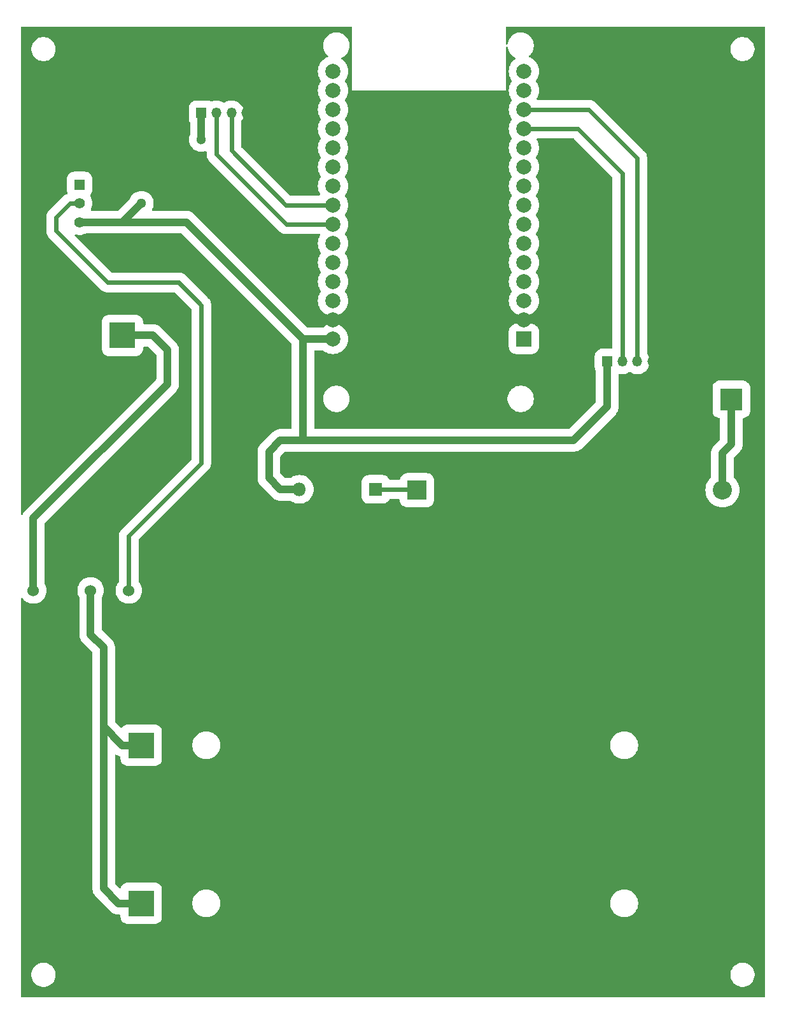
<source format=gbr>
%TF.GenerationSoftware,KiCad,Pcbnew,8.0.8*%
%TF.CreationDate,2025-03-04T12:02:19-05:00*%
%TF.ProjectId,Proyecto PCB,50726f79-6563-4746-9f20-5043422e6b69,rev?*%
%TF.SameCoordinates,Original*%
%TF.FileFunction,Copper,L2,Bot*%
%TF.FilePolarity,Positive*%
%FSLAX46Y46*%
G04 Gerber Fmt 4.6, Leading zero omitted, Abs format (unit mm)*
G04 Created by KiCad (PCBNEW 8.0.8) date 2025-03-04 12:02:19*
%MOMM*%
%LPD*%
G01*
G04 APERTURE LIST*
G04 Aperture macros list*
%AMRoundRect*
0 Rectangle with rounded corners*
0 $1 Rounding radius*
0 $2 $3 $4 $5 $6 $7 $8 $9 X,Y pos of 4 corners*
0 Add a 4 corners polygon primitive as box body*
4,1,4,$2,$3,$4,$5,$6,$7,$8,$9,$2,$3,0*
0 Add four circle primitives for the rounded corners*
1,1,$1+$1,$2,$3*
1,1,$1+$1,$4,$5*
1,1,$1+$1,$6,$7*
1,1,$1+$1,$8,$9*
0 Add four rect primitives between the rounded corners*
20,1,$1+$1,$2,$3,$4,$5,0*
20,1,$1+$1,$4,$5,$6,$7,0*
20,1,$1+$1,$6,$7,$8,$9,0*
20,1,$1+$1,$8,$9,$2,$3,0*%
G04 Aperture macros list end*
%TA.AperFunction,ComponentPad*%
%ADD10R,3.500000X3.500000*%
%TD*%
%TA.AperFunction,ComponentPad*%
%ADD11RoundRect,0.750000X-0.750000X-1.000000X0.750000X-1.000000X0.750000X1.000000X-0.750000X1.000000X0*%
%TD*%
%TA.AperFunction,ComponentPad*%
%ADD12RoundRect,0.875000X-0.875000X-0.875000X0.875000X-0.875000X0.875000X0.875000X-0.875000X0.875000X0*%
%TD*%
%TA.AperFunction,ComponentPad*%
%ADD13R,1.350000X1.350000*%
%TD*%
%TA.AperFunction,ComponentPad*%
%ADD14O,1.350000X1.350000*%
%TD*%
%TA.AperFunction,ComponentPad*%
%ADD15R,1.800000X1.800000*%
%TD*%
%TA.AperFunction,ComponentPad*%
%ADD16O,1.800000X1.800000*%
%TD*%
%TA.AperFunction,ComponentPad*%
%ADD17C,1.524000*%
%TD*%
%TA.AperFunction,ComponentPad*%
%ADD18R,3.000000X3.000000*%
%TD*%
%TA.AperFunction,ComponentPad*%
%ADD19C,3.000000*%
%TD*%
%TA.AperFunction,ComponentPad*%
%ADD20C,3.500000*%
%TD*%
%TA.AperFunction,ComponentPad*%
%ADD21R,2.000000X2.000000*%
%TD*%
%TA.AperFunction,ComponentPad*%
%ADD22C,2.000000*%
%TD*%
%TA.AperFunction,ComponentPad*%
%ADD23R,1.408000X1.408000*%
%TD*%
%TA.AperFunction,ComponentPad*%
%ADD24C,1.408000*%
%TD*%
%TA.AperFunction,ComponentPad*%
%ADD25R,2.540000X2.540000*%
%TD*%
%TA.AperFunction,ComponentPad*%
%ADD26C,2.540000*%
%TD*%
%TA.AperFunction,ViaPad*%
%ADD27C,1.300000*%
%TD*%
%TA.AperFunction,Conductor*%
%ADD28C,1.000000*%
%TD*%
%TA.AperFunction,Conductor*%
%ADD29C,0.600000*%
%TD*%
G04 APERTURE END LIST*
D10*
%TO.P,J3,1*%
%TO.N,VDC*%
X71000000Y-78042500D03*
D11*
%TO.P,J3,2*%
%TO.N,GND*%
X65000000Y-78042500D03*
D12*
%TO.P,J3,3*%
X68000000Y-82742500D03*
%TD*%
D13*
%TO.P,J1,1,Pin_1*%
%TO.N,+5V*%
X135500000Y-81500000D03*
D14*
%TO.P,J1,2,Pin_2*%
%TO.N,/TX*%
X137500000Y-81500000D03*
%TO.P,J1,3,Pin_3*%
%TO.N,/RX*%
X139500000Y-81500000D03*
%TO.P,J1,4,Pin_4*%
%TO.N,GND*%
X141500000Y-81500000D03*
%TD*%
D15*
%TO.P,D1,1,K*%
%TO.N,Net-(D1-K)*%
X104700000Y-98500000D03*
D16*
%TO.P,D1,2,A*%
%TO.N,+5V*%
X94540000Y-98500000D03*
%TD*%
D17*
%TO.P,U2,1,VIN*%
%TO.N,VDC*%
X59150000Y-111930000D03*
%TO.P,U2,2,GND*%
%TO.N,GND*%
X61690000Y-111930000D03*
%TO.P,U2,3,GND*%
X64230000Y-111930000D03*
%TO.P,U2,4,BAT*%
%TO.N,+BATT*%
X66770000Y-111930000D03*
%TO.P,U2,5,GND*%
%TO.N,GND*%
X69310000Y-111930000D03*
%TO.P,U2,6,OUT-5V*%
%TO.N,Net-(U2-OUT-5V)*%
X71850000Y-111930000D03*
%TD*%
D18*
%TO.P,J2,1,Pin_1*%
%TO.N,+12V*%
X152000000Y-86540000D03*
D19*
%TO.P,J2,2,Pin_2*%
%TO.N,GND*%
X152000000Y-81460000D03*
%TD*%
D10*
%TO.P,BT2,1,+*%
%TO.N,+BATT*%
X73500000Y-153500000D03*
D20*
%TO.P,BT2,2,-*%
%TO.N,GND*%
X145500000Y-153500000D03*
%TD*%
D21*
%TO.P,U1,1,3V3*%
%TO.N,unconnected-(U1-3V3-Pad1)*%
X124400000Y-78515000D03*
D22*
%TO.P,U1,2,GND*%
%TO.N,GND*%
X124400000Y-75975000D03*
%TO.P,U1,3,D15*%
%TO.N,unconnected-(U1-D15-Pad3)*%
X124400000Y-73435000D03*
%TO.P,U1,4,D2*%
%TO.N,unconnected-(U1-D2-Pad4)*%
X124400000Y-70895000D03*
%TO.P,U1,5,D4*%
%TO.N,unconnected-(U1-D4-Pad5)*%
X124400000Y-68355000D03*
%TO.P,U1,6,RX2*%
%TO.N,unconnected-(U1-RX2-Pad6)*%
X124400000Y-65815000D03*
%TO.P,U1,7,TX2*%
%TO.N,unconnected-(U1-TX2-Pad7)*%
X124400000Y-63275000D03*
%TO.P,U1,8,D5*%
%TO.N,unconnected-(U1-D5-Pad8)*%
X124400000Y-60735000D03*
%TO.P,U1,9,D18*%
%TO.N,unconnected-(U1-D18-Pad9)*%
X124400000Y-58195000D03*
%TO.P,U1,10,D19*%
%TO.N,unconnected-(U1-D19-Pad10)*%
X124400000Y-55655000D03*
%TO.P,U1,11,D21*%
%TO.N,unconnected-(U1-D21-Pad11)*%
X124400000Y-53115000D03*
%TO.P,U1,12,RX0*%
%TO.N,/TX*%
X124400000Y-50575000D03*
%TO.P,U1,13,TX0*%
%TO.N,/RX*%
X124400000Y-48035000D03*
%TO.P,U1,14,D22*%
%TO.N,unconnected-(U1-D22-Pad14)*%
X124400000Y-45495000D03*
%TO.P,U1,15,D23*%
%TO.N,unconnected-(U1-D23-Pad15)*%
X124400000Y-42955000D03*
%TO.P,U1,16,EN*%
%TO.N,unconnected-(U1-EN-Pad16)*%
X99000000Y-42955000D03*
%TO.P,U1,17,VP*%
%TO.N,unconnected-(U1-VP-Pad17)*%
X99000000Y-45495000D03*
%TO.P,U1,18,VN*%
%TO.N,unconnected-(U1-VN-Pad18)*%
X99000000Y-48035000D03*
%TO.P,U1,19,D34*%
%TO.N,unconnected-(U1-D34-Pad19)*%
X99000000Y-50575000D03*
%TO.P,U1,20,D35*%
%TO.N,unconnected-(U1-D35-Pad20)*%
X99000000Y-53115000D03*
%TO.P,U1,21,D32*%
%TO.N,unconnected-(U1-D32-Pad21)*%
X99000000Y-55655000D03*
%TO.P,U1,22,D33*%
%TO.N,unconnected-(U1-D33-Pad22)*%
X99000000Y-58195000D03*
%TO.P,U1,23,D25*%
%TO.N,/To*%
X99000000Y-60735000D03*
%TO.P,U1,24,D26*%
%TO.N,/Po*%
X99000000Y-63275000D03*
%TO.P,U1,25,D27*%
%TO.N,unconnected-(U1-D27-Pad25)*%
X99000000Y-65815000D03*
%TO.P,U1,26,D14*%
%TO.N,unconnected-(U1-D14-Pad26)*%
X99000000Y-68355000D03*
%TO.P,U1,27,D12*%
%TO.N,unconnected-(U1-D12-Pad27)*%
X99000000Y-70895000D03*
%TO.P,U1,28,D13*%
%TO.N,unconnected-(U1-D13-Pad28)*%
X99000000Y-73435000D03*
%TO.P,U1,29,GND*%
%TO.N,GND*%
X99000000Y-75975000D03*
%TO.P,U1,30,VIN*%
%TO.N,+5V*%
X99000000Y-78515000D03*
%TD*%
D13*
%TO.P,J4,1,Pin_1*%
%TO.N,+5V*%
X81500000Y-48500000D03*
D14*
%TO.P,J4,2,Pin_2*%
%TO.N,/Po*%
X83500000Y-48500000D03*
%TO.P,J4,3,Pin_3*%
%TO.N,/To*%
X85500000Y-48500000D03*
%TO.P,J4,4,Pin_4*%
%TO.N,GND*%
X87500000Y-48500000D03*
%TD*%
D23*
%TO.P,S1,1*%
%TO.N,unconnected-(S1-Pad1)*%
X65297500Y-58000000D03*
D24*
%TO.P,S1,2*%
%TO.N,Net-(U2-OUT-5V)*%
X65297500Y-60500000D03*
%TO.P,S1,3*%
%TO.N,+5V*%
X65297500Y-63000000D03*
%TD*%
D10*
%TO.P,BT1,1,+*%
%TO.N,+BATT*%
X73500000Y-132500000D03*
D20*
%TO.P,BT1,2,-*%
%TO.N,GND*%
X145500000Y-132500000D03*
%TD*%
D25*
%TO.P,J6,1,Pin_1*%
%TO.N,Net-(D1-K)*%
X110180000Y-98610000D03*
D26*
%TO.P,J6,2,Pin_2*%
%TO.N,GND*%
X110180000Y-116390000D03*
%TO.P,J6,3,Pin_3*%
X150820000Y-116390000D03*
%TO.P,J6,4,Pin_4*%
%TO.N,+12V*%
X150820000Y-98610000D03*
%TD*%
D27*
%TO.N,+5V*%
X81500000Y-52000000D03*
X73500000Y-60500000D03*
%TD*%
D28*
%TO.N,+BATT*%
X68500000Y-151500000D02*
X70500000Y-153500000D01*
X68500000Y-130000000D02*
X71000000Y-132500000D01*
X66770000Y-111930000D02*
X66770000Y-117770000D01*
X68500000Y-130000000D02*
X68500000Y-151500000D01*
X70500000Y-153500000D02*
X73500000Y-153500000D01*
X66770000Y-117770000D02*
X68500000Y-119500000D01*
X68500000Y-119500000D02*
X68500000Y-130000000D01*
X71000000Y-132500000D02*
X73500000Y-132500000D01*
D29*
%TO.N,/RX*%
X133035000Y-48035000D02*
X124400000Y-48035000D01*
X139500000Y-54500000D02*
X133035000Y-48035000D01*
X139500000Y-81500000D02*
X139500000Y-54500000D01*
%TO.N,/TX*%
X131575000Y-50575000D02*
X124400000Y-50575000D01*
X137500000Y-56500000D02*
X131575000Y-50575000D01*
X137500000Y-81500000D02*
X137500000Y-56500000D01*
D28*
%TO.N,+5V*%
X95000000Y-92000000D02*
X92000000Y-92000000D01*
X95000000Y-78530000D02*
X95015000Y-78515000D01*
X81500000Y-52000000D02*
X81500000Y-48500000D01*
X71000000Y-63000000D02*
X73500000Y-60500000D01*
X71000000Y-63000000D02*
X79500000Y-63000000D01*
X90500000Y-93500000D02*
X90500000Y-97000000D01*
X135500000Y-87500000D02*
X135500000Y-81500000D01*
X79500000Y-63000000D02*
X95015000Y-78515000D01*
X92000000Y-98500000D02*
X94540000Y-98500000D01*
X92000000Y-92000000D02*
X90500000Y-93500000D01*
X131000000Y-92000000D02*
X135500000Y-87500000D01*
X95000000Y-92000000D02*
X95000000Y-78530000D01*
X131000000Y-92000000D02*
X95000000Y-92000000D01*
X95015000Y-78515000D02*
X99000000Y-78515000D01*
X90500000Y-97000000D02*
X92000000Y-98500000D01*
X65297500Y-63000000D02*
X71000000Y-63000000D01*
%TO.N,+12V*%
X152000000Y-92500000D02*
X152000000Y-86540000D01*
X150820000Y-98610000D02*
X150820000Y-93680000D01*
X150820000Y-93680000D02*
X152000000Y-92500000D01*
%TO.N,VDC*%
X75042500Y-78042500D02*
X71000000Y-78042500D01*
X59150000Y-102350000D02*
X77000000Y-84500000D01*
X77000000Y-80000000D02*
X75042500Y-78042500D01*
X59150000Y-111930000D02*
X59150000Y-102350000D01*
X77000000Y-84500000D02*
X77000000Y-80000000D01*
D29*
%TO.N,Net-(U2-OUT-5V)*%
X62148750Y-64148750D02*
X62148750Y-62351250D01*
X71850000Y-104650000D02*
X81500000Y-95000000D01*
X81500000Y-95000000D02*
X81500000Y-74000000D01*
X71850000Y-111930000D02*
X71850000Y-104650000D01*
X64000000Y-60500000D02*
X65297500Y-60500000D01*
X69000000Y-71000000D02*
X62148750Y-64148750D01*
X62148750Y-62351250D02*
X64000000Y-60500000D01*
X78500000Y-71000000D02*
X69000000Y-71000000D01*
X81500000Y-74000000D02*
X78500000Y-71000000D01*
%TO.N,/Po*%
X92775000Y-63275000D02*
X99000000Y-63275000D01*
X83500000Y-54000000D02*
X92775000Y-63275000D01*
X83500000Y-48500000D02*
X83500000Y-54000000D01*
%TO.N,/To*%
X85500000Y-48500000D02*
X85500000Y-53500000D01*
X92735000Y-60735000D02*
X99000000Y-60735000D01*
X85500000Y-53500000D02*
X92735000Y-60735000D01*
%TO.N,Net-(D1-K)*%
X104700000Y-98500000D02*
X110070000Y-98500000D01*
X110070000Y-98500000D02*
X110180000Y-98610000D01*
%TD*%
%TA.AperFunction,Conductor*%
%TO.N,GND*%
G36*
X101443039Y-37020185D02*
G01*
X101488794Y-37072989D01*
X101500000Y-37124500D01*
X101500000Y-45500000D01*
X122000000Y-45500000D01*
X122000000Y-39788379D01*
X122019685Y-39721340D01*
X122072489Y-39675585D01*
X122141647Y-39665641D01*
X122205203Y-39694666D01*
X122242977Y-39753444D01*
X122246938Y-39772191D01*
X122259452Y-39867238D01*
X122259453Y-39867240D01*
X122318842Y-40088887D01*
X122406650Y-40300876D01*
X122406657Y-40300890D01*
X122521392Y-40499617D01*
X122661081Y-40681661D01*
X122661089Y-40681670D01*
X122823330Y-40843911D01*
X122823335Y-40843915D01*
X122823339Y-40843919D01*
X122865568Y-40876323D01*
X123005382Y-40983607D01*
X123005385Y-40983608D01*
X123005388Y-40983611D01*
X123204112Y-41098344D01*
X123204117Y-41098346D01*
X123204123Y-41098349D01*
X123220467Y-41105119D01*
X123274871Y-41148959D01*
X123296936Y-41215253D01*
X123279657Y-41282953D01*
X123247325Y-41318947D01*
X123086612Y-41439254D01*
X123086594Y-41439270D01*
X122884270Y-41641594D01*
X122884254Y-41641612D01*
X122712775Y-41870682D01*
X122712770Y-41870690D01*
X122575635Y-42121833D01*
X122475628Y-42389962D01*
X122414804Y-42669566D01*
X122394390Y-42954998D01*
X122394390Y-42955001D01*
X122414804Y-43240433D01*
X122475628Y-43520037D01*
X122575635Y-43788166D01*
X122712770Y-44039309D01*
X122796148Y-44150690D01*
X122820564Y-44216155D01*
X122805712Y-44284428D01*
X122796148Y-44299310D01*
X122712770Y-44410690D01*
X122575635Y-44661833D01*
X122475628Y-44929962D01*
X122414804Y-45209566D01*
X122394390Y-45494998D01*
X122394390Y-45495001D01*
X122414804Y-45780433D01*
X122475628Y-46060037D01*
X122575635Y-46328166D01*
X122712770Y-46579309D01*
X122712771Y-46579310D01*
X122712774Y-46579315D01*
X122774679Y-46662011D01*
X122796148Y-46690690D01*
X122820564Y-46756155D01*
X122805712Y-46824428D01*
X122796150Y-46839306D01*
X122779215Y-46861930D01*
X122712770Y-46950690D01*
X122575635Y-47201833D01*
X122475628Y-47469962D01*
X122414804Y-47749566D01*
X122394390Y-48034998D01*
X122394390Y-48035001D01*
X122414804Y-48320433D01*
X122475628Y-48600037D01*
X122475630Y-48600043D01*
X122475631Y-48600046D01*
X122531718Y-48750421D01*
X122575635Y-48868166D01*
X122712770Y-49119309D01*
X122796148Y-49230690D01*
X122820564Y-49296155D01*
X122805712Y-49364428D01*
X122796148Y-49379310D01*
X122712770Y-49490690D01*
X122575635Y-49741833D01*
X122475628Y-50009962D01*
X122414804Y-50289566D01*
X122394390Y-50574998D01*
X122394390Y-50575001D01*
X122414804Y-50860433D01*
X122475628Y-51140037D01*
X122475630Y-51140043D01*
X122475631Y-51140046D01*
X122547356Y-51332348D01*
X122575635Y-51408166D01*
X122712770Y-51659309D01*
X122796148Y-51770690D01*
X122820564Y-51836155D01*
X122805712Y-51904428D01*
X122796148Y-51919310D01*
X122712770Y-52030690D01*
X122575635Y-52281833D01*
X122475628Y-52549962D01*
X122414804Y-52829566D01*
X122394390Y-53114998D01*
X122394390Y-53115001D01*
X122414804Y-53400433D01*
X122475628Y-53680037D01*
X122575635Y-53948166D01*
X122712770Y-54199309D01*
X122796148Y-54310690D01*
X122820564Y-54376155D01*
X122805712Y-54444428D01*
X122796150Y-54459306D01*
X122766271Y-54499221D01*
X122712770Y-54570690D01*
X122575635Y-54821833D01*
X122475628Y-55089962D01*
X122414804Y-55369566D01*
X122394390Y-55654998D01*
X122394390Y-55655001D01*
X122414804Y-55940433D01*
X122475628Y-56220037D01*
X122475630Y-56220043D01*
X122475631Y-56220046D01*
X122528611Y-56362091D01*
X122575635Y-56488166D01*
X122712770Y-56739309D01*
X122796148Y-56850690D01*
X122820564Y-56916155D01*
X122805712Y-56984428D01*
X122796148Y-56999310D01*
X122712770Y-57110690D01*
X122575635Y-57361833D01*
X122475628Y-57629962D01*
X122414804Y-57909566D01*
X122394390Y-58194998D01*
X122394390Y-58195001D01*
X122414804Y-58480433D01*
X122475628Y-58760037D01*
X122475630Y-58760043D01*
X122475631Y-58760046D01*
X122574397Y-59024846D01*
X122575635Y-59028166D01*
X122712770Y-59279309D01*
X122712771Y-59279310D01*
X122712774Y-59279315D01*
X122759134Y-59341245D01*
X122796148Y-59390690D01*
X122820564Y-59456155D01*
X122805712Y-59524428D01*
X122796148Y-59539310D01*
X122712770Y-59650690D01*
X122575635Y-59901833D01*
X122475628Y-60169962D01*
X122414804Y-60449566D01*
X122394390Y-60734998D01*
X122394390Y-60735001D01*
X122414804Y-61020433D01*
X122475628Y-61300037D01*
X122475630Y-61300043D01*
X122475631Y-61300046D01*
X122540192Y-61473140D01*
X122575635Y-61568166D01*
X122712770Y-61819309D01*
X122712771Y-61819310D01*
X122712774Y-61819315D01*
X122737265Y-61852031D01*
X122796148Y-61930690D01*
X122820564Y-61996155D01*
X122805712Y-62064428D01*
X122796148Y-62079310D01*
X122712770Y-62190690D01*
X122575635Y-62441833D01*
X122475628Y-62709962D01*
X122414804Y-62989566D01*
X122394390Y-63274998D01*
X122394390Y-63275001D01*
X122414804Y-63560433D01*
X122475628Y-63840037D01*
X122475630Y-63840043D01*
X122475631Y-63840046D01*
X122552597Y-64046398D01*
X122575635Y-64108166D01*
X122712770Y-64359309D01*
X122712771Y-64359310D01*
X122712774Y-64359315D01*
X122783115Y-64453280D01*
X122796148Y-64470690D01*
X122820564Y-64536155D01*
X122805712Y-64604428D01*
X122796150Y-64619306D01*
X122748132Y-64683451D01*
X122712770Y-64730690D01*
X122575635Y-64981833D01*
X122475628Y-65249962D01*
X122414804Y-65529566D01*
X122394390Y-65814998D01*
X122394390Y-65815001D01*
X122414804Y-66100433D01*
X122475628Y-66380037D01*
X122575635Y-66648166D01*
X122712770Y-66899309D01*
X122796148Y-67010690D01*
X122820564Y-67076155D01*
X122805712Y-67144428D01*
X122796148Y-67159310D01*
X122712770Y-67270690D01*
X122575635Y-67521833D01*
X122475628Y-67789962D01*
X122414804Y-68069566D01*
X122394390Y-68354998D01*
X122394390Y-68355001D01*
X122414804Y-68640433D01*
X122475628Y-68920037D01*
X122575635Y-69188166D01*
X122712770Y-69439309D01*
X122796148Y-69550690D01*
X122820564Y-69616155D01*
X122805712Y-69684428D01*
X122796150Y-69699306D01*
X122748132Y-69763451D01*
X122712770Y-69810690D01*
X122575635Y-70061833D01*
X122475628Y-70329962D01*
X122414804Y-70609566D01*
X122394390Y-70894998D01*
X122394390Y-70895001D01*
X122414804Y-71180433D01*
X122475628Y-71460037D01*
X122575635Y-71728166D01*
X122712770Y-71979309D01*
X122712771Y-71979310D01*
X122712774Y-71979315D01*
X122722249Y-71991972D01*
X122796148Y-72090690D01*
X122820564Y-72156155D01*
X122805712Y-72224428D01*
X122796150Y-72239306D01*
X122774314Y-72268477D01*
X122712770Y-72350690D01*
X122575635Y-72601833D01*
X122475628Y-72869962D01*
X122414804Y-73149566D01*
X122394390Y-73434998D01*
X122394390Y-73435001D01*
X122414804Y-73720433D01*
X122475628Y-74000037D01*
X122575635Y-74268166D01*
X122712770Y-74519309D01*
X122712775Y-74519317D01*
X122884254Y-74748387D01*
X122884270Y-74748405D01*
X123086594Y-74950729D01*
X123086612Y-74950745D01*
X123315682Y-75122224D01*
X123315690Y-75122229D01*
X123566833Y-75259364D01*
X123566832Y-75259364D01*
X123566836Y-75259365D01*
X123566839Y-75259367D01*
X123834954Y-75359369D01*
X123834960Y-75359370D01*
X123834962Y-75359371D01*
X124114566Y-75420195D01*
X124114568Y-75420195D01*
X124114572Y-75420196D01*
X124368220Y-75438337D01*
X124399999Y-75440610D01*
X124400000Y-75440610D01*
X124400001Y-75440610D01*
X124428595Y-75438564D01*
X124685428Y-75420196D01*
X124965046Y-75359369D01*
X125233161Y-75259367D01*
X125484315Y-75122226D01*
X125713395Y-74950739D01*
X125915739Y-74748395D01*
X126087226Y-74519315D01*
X126224367Y-74268161D01*
X126324369Y-74000046D01*
X126385196Y-73720428D01*
X126405610Y-73435000D01*
X126385196Y-73149572D01*
X126354406Y-73008034D01*
X126324371Y-72869962D01*
X126324370Y-72869960D01*
X126324369Y-72869954D01*
X126224367Y-72601839D01*
X126087226Y-72350685D01*
X126003849Y-72239307D01*
X125979434Y-72173847D01*
X125994285Y-72105574D01*
X126003841Y-72090703D01*
X126087226Y-71979315D01*
X126224367Y-71728161D01*
X126324369Y-71460046D01*
X126385196Y-71180428D01*
X126405610Y-70895000D01*
X126385196Y-70609572D01*
X126324369Y-70329954D01*
X126224367Y-70061839D01*
X126224364Y-70061833D01*
X126087229Y-69810689D01*
X126086916Y-69810271D01*
X126003849Y-69699307D01*
X125979434Y-69633847D01*
X125994285Y-69565574D01*
X126003841Y-69550703D01*
X126087226Y-69439315D01*
X126224367Y-69188161D01*
X126324369Y-68920046D01*
X126385196Y-68640428D01*
X126405610Y-68355000D01*
X126385196Y-68069572D01*
X126324369Y-67789954D01*
X126224367Y-67521839D01*
X126087226Y-67270685D01*
X126003849Y-67159307D01*
X125979434Y-67093847D01*
X125994285Y-67025574D01*
X126003841Y-67010703D01*
X126087226Y-66899315D01*
X126224367Y-66648161D01*
X126324369Y-66380046D01*
X126385196Y-66100428D01*
X126405610Y-65815000D01*
X126385196Y-65529572D01*
X126324369Y-65249954D01*
X126224367Y-64981839D01*
X126141653Y-64830361D01*
X126087229Y-64730690D01*
X126087228Y-64730689D01*
X126087226Y-64730685D01*
X126003849Y-64619307D01*
X125979434Y-64553847D01*
X125994285Y-64485574D01*
X126003841Y-64470703D01*
X126087226Y-64359315D01*
X126224367Y-64108161D01*
X126324369Y-63840046D01*
X126324371Y-63840037D01*
X126385195Y-63560433D01*
X126385195Y-63560432D01*
X126385196Y-63560428D01*
X126405610Y-63275000D01*
X126385196Y-62989572D01*
X126324369Y-62709954D01*
X126224367Y-62441839D01*
X126119013Y-62248899D01*
X126087229Y-62190690D01*
X126087228Y-62190689D01*
X126087226Y-62190685D01*
X126003849Y-62079307D01*
X125979434Y-62013847D01*
X125994285Y-61945574D01*
X126003841Y-61930703D01*
X126087226Y-61819315D01*
X126224367Y-61568161D01*
X126324369Y-61300046D01*
X126337077Y-61241628D01*
X126385195Y-61020433D01*
X126385195Y-61020432D01*
X126385196Y-61020428D01*
X126405610Y-60735000D01*
X126385196Y-60449572D01*
X126339825Y-60241006D01*
X126324371Y-60169962D01*
X126324370Y-60169960D01*
X126324369Y-60169954D01*
X126224367Y-59901839D01*
X126146028Y-59758373D01*
X126087229Y-59650690D01*
X126087228Y-59650689D01*
X126087226Y-59650685D01*
X126003849Y-59539307D01*
X125979434Y-59473847D01*
X125994285Y-59405574D01*
X126003841Y-59390703D01*
X126087226Y-59279315D01*
X126224367Y-59028161D01*
X126324369Y-58760046D01*
X126385196Y-58480428D01*
X126405610Y-58195000D01*
X126385196Y-57909572D01*
X126324369Y-57629954D01*
X126224367Y-57361839D01*
X126156726Y-57237965D01*
X126087229Y-57110690D01*
X126087228Y-57110689D01*
X126087226Y-57110685D01*
X126003849Y-56999307D01*
X125979434Y-56933847D01*
X125994285Y-56865574D01*
X126003841Y-56850703D01*
X126087226Y-56739315D01*
X126224367Y-56488161D01*
X126324369Y-56220046D01*
X126385196Y-55940428D01*
X126405610Y-55655000D01*
X126385196Y-55369572D01*
X126383182Y-55360315D01*
X126324371Y-55089962D01*
X126324370Y-55089960D01*
X126324369Y-55089954D01*
X126224367Y-54821839D01*
X126147796Y-54681611D01*
X126087229Y-54570690D01*
X126087228Y-54570689D01*
X126087226Y-54570685D01*
X126003849Y-54459307D01*
X125979434Y-54393847D01*
X125994285Y-54325574D01*
X126003841Y-54310703D01*
X126087226Y-54199315D01*
X126224367Y-53948161D01*
X126324369Y-53680046D01*
X126329686Y-53655603D01*
X126385195Y-53400433D01*
X126385195Y-53400432D01*
X126385196Y-53400428D01*
X126405610Y-53115000D01*
X126385196Y-52829572D01*
X126368240Y-52751628D01*
X126324371Y-52549962D01*
X126324370Y-52549960D01*
X126324369Y-52549954D01*
X126224367Y-52281839D01*
X126211893Y-52258994D01*
X126102648Y-52058927D01*
X126087796Y-51990654D01*
X126112213Y-51925190D01*
X126168146Y-51883318D01*
X126211480Y-51875500D01*
X130984953Y-51875500D01*
X131051992Y-51895185D01*
X131072634Y-51911819D01*
X136163181Y-57002366D01*
X136196666Y-57063689D01*
X136199500Y-57090047D01*
X136199500Y-79700500D01*
X136179815Y-79767539D01*
X136127011Y-79813294D01*
X136075500Y-79824500D01*
X134766971Y-79824500D01*
X134766965Y-79824500D01*
X134766964Y-79824501D01*
X134755316Y-79825536D01*
X134647584Y-79835113D01*
X134451954Y-79891089D01*
X134361772Y-79938196D01*
X134271593Y-79985302D01*
X134271591Y-79985303D01*
X134271590Y-79985304D01*
X134113890Y-80113890D01*
X133985304Y-80271590D01*
X133985302Y-80271593D01*
X133949900Y-80339367D01*
X133891089Y-80451954D01*
X133835114Y-80647583D01*
X133835113Y-80647586D01*
X133824500Y-80766966D01*
X133824500Y-82233028D01*
X133824501Y-82233034D01*
X133835113Y-82352415D01*
X133891090Y-82548047D01*
X133985409Y-82728612D01*
X133999500Y-82786023D01*
X133999500Y-86827111D01*
X133979815Y-86894150D01*
X133963181Y-86914792D01*
X130414792Y-90463181D01*
X130353469Y-90496666D01*
X130327111Y-90499500D01*
X96624500Y-90499500D01*
X96557461Y-90479815D01*
X96511706Y-90427011D01*
X96500500Y-90375500D01*
X96500500Y-86360258D01*
X97719500Y-86360258D01*
X97719500Y-86589741D01*
X97744446Y-86779215D01*
X97749452Y-86817238D01*
X97775591Y-86914792D01*
X97808842Y-87038887D01*
X97896650Y-87250876D01*
X97896657Y-87250890D01*
X98011392Y-87449617D01*
X98151081Y-87631661D01*
X98151089Y-87631670D01*
X98313330Y-87793911D01*
X98313338Y-87793918D01*
X98495382Y-87933607D01*
X98495385Y-87933608D01*
X98495388Y-87933611D01*
X98694112Y-88048344D01*
X98694117Y-88048346D01*
X98694123Y-88048349D01*
X98785480Y-88086190D01*
X98906113Y-88136158D01*
X99127762Y-88195548D01*
X99355266Y-88225500D01*
X99355273Y-88225500D01*
X99584727Y-88225500D01*
X99584734Y-88225500D01*
X99812238Y-88195548D01*
X100033887Y-88136158D01*
X100245888Y-88048344D01*
X100444612Y-87933611D01*
X100626661Y-87793919D01*
X100626665Y-87793914D01*
X100626670Y-87793911D01*
X100788911Y-87631670D01*
X100788914Y-87631665D01*
X100788919Y-87631661D01*
X100928611Y-87449612D01*
X101043344Y-87250888D01*
X101131158Y-87038887D01*
X101190548Y-86817238D01*
X101220500Y-86589734D01*
X101220500Y-86360266D01*
X101220499Y-86360258D01*
X122229500Y-86360258D01*
X122229500Y-86589741D01*
X122254446Y-86779215D01*
X122259452Y-86817238D01*
X122285591Y-86914792D01*
X122318842Y-87038887D01*
X122406650Y-87250876D01*
X122406657Y-87250890D01*
X122521392Y-87449617D01*
X122661081Y-87631661D01*
X122661089Y-87631670D01*
X122823330Y-87793911D01*
X122823338Y-87793918D01*
X123005382Y-87933607D01*
X123005385Y-87933608D01*
X123005388Y-87933611D01*
X123204112Y-88048344D01*
X123204117Y-88048346D01*
X123204123Y-88048349D01*
X123295480Y-88086190D01*
X123416113Y-88136158D01*
X123637762Y-88195548D01*
X123865266Y-88225500D01*
X123865273Y-88225500D01*
X124094727Y-88225500D01*
X124094734Y-88225500D01*
X124322238Y-88195548D01*
X124543887Y-88136158D01*
X124755888Y-88048344D01*
X124954612Y-87933611D01*
X125136661Y-87793919D01*
X125136665Y-87793914D01*
X125136670Y-87793911D01*
X125298911Y-87631670D01*
X125298914Y-87631665D01*
X125298919Y-87631661D01*
X125438611Y-87449612D01*
X125553344Y-87250888D01*
X125641158Y-87038887D01*
X125700548Y-86817238D01*
X125730500Y-86589734D01*
X125730500Y-86360266D01*
X125700548Y-86132762D01*
X125641158Y-85911113D01*
X125553344Y-85699112D01*
X125438611Y-85500388D01*
X125438608Y-85500385D01*
X125438607Y-85500382D01*
X125298918Y-85318338D01*
X125298911Y-85318330D01*
X125136670Y-85156089D01*
X125136661Y-85156081D01*
X124954617Y-85016392D01*
X124755890Y-84901657D01*
X124755876Y-84901650D01*
X124543887Y-84813842D01*
X124322238Y-84754452D01*
X124284215Y-84749446D01*
X124094741Y-84724500D01*
X124094734Y-84724500D01*
X123865266Y-84724500D01*
X123865258Y-84724500D01*
X123648715Y-84753009D01*
X123637762Y-84754452D01*
X123544076Y-84779554D01*
X123416112Y-84813842D01*
X123204123Y-84901650D01*
X123204109Y-84901657D01*
X123005382Y-85016392D01*
X122823338Y-85156081D01*
X122661081Y-85318338D01*
X122521392Y-85500382D01*
X122406657Y-85699109D01*
X122406650Y-85699123D01*
X122318842Y-85911112D01*
X122259453Y-86132759D01*
X122259451Y-86132770D01*
X122229500Y-86360258D01*
X101220499Y-86360258D01*
X101190548Y-86132762D01*
X101131158Y-85911113D01*
X101043344Y-85699112D01*
X100928611Y-85500388D01*
X100928608Y-85500385D01*
X100928607Y-85500382D01*
X100788918Y-85318338D01*
X100788911Y-85318330D01*
X100626670Y-85156089D01*
X100626661Y-85156081D01*
X100444617Y-85016392D01*
X100245890Y-84901657D01*
X100245876Y-84901650D01*
X100033887Y-84813842D01*
X99812238Y-84754452D01*
X99774215Y-84749446D01*
X99584741Y-84724500D01*
X99584734Y-84724500D01*
X99355266Y-84724500D01*
X99355258Y-84724500D01*
X99138715Y-84753009D01*
X99127762Y-84754452D01*
X99034076Y-84779554D01*
X98906112Y-84813842D01*
X98694123Y-84901650D01*
X98694109Y-84901657D01*
X98495382Y-85016392D01*
X98313338Y-85156081D01*
X98151081Y-85318338D01*
X98011392Y-85500382D01*
X97896657Y-85699109D01*
X97896650Y-85699123D01*
X97808842Y-85911112D01*
X97749453Y-86132759D01*
X97749451Y-86132770D01*
X97719500Y-86360258D01*
X96500500Y-86360258D01*
X96500500Y-80139500D01*
X96520185Y-80072461D01*
X96572989Y-80026706D01*
X96624500Y-80015500D01*
X97624977Y-80015500D01*
X97692016Y-80035185D01*
X97699287Y-80040233D01*
X97915682Y-80202224D01*
X97915690Y-80202229D01*
X98166833Y-80339364D01*
X98166832Y-80339364D01*
X98166836Y-80339365D01*
X98166839Y-80339367D01*
X98434954Y-80439369D01*
X98434960Y-80439370D01*
X98434962Y-80439371D01*
X98714566Y-80500195D01*
X98714568Y-80500195D01*
X98714572Y-80500196D01*
X98968220Y-80518337D01*
X98999999Y-80520610D01*
X99000000Y-80520610D01*
X99000001Y-80520610D01*
X99028595Y-80518564D01*
X99285428Y-80500196D01*
X99390202Y-80477404D01*
X99565037Y-80439371D01*
X99565037Y-80439370D01*
X99565046Y-80439369D01*
X99833161Y-80339367D01*
X100084315Y-80202226D01*
X100313395Y-80030739D01*
X100515739Y-79828395D01*
X100687226Y-79599315D01*
X100824367Y-79348161D01*
X100924369Y-79080046D01*
X100985196Y-78800428D01*
X101005610Y-78515000D01*
X100985196Y-78229572D01*
X100924369Y-77949954D01*
X100824367Y-77681839D01*
X100701579Y-77456971D01*
X100701576Y-77456966D01*
X122399500Y-77456966D01*
X122399500Y-79573028D01*
X122399501Y-79573034D01*
X122410113Y-79692415D01*
X122466089Y-79888045D01*
X122466090Y-79888048D01*
X122466091Y-79888049D01*
X122560302Y-80068407D01*
X122560304Y-80068409D01*
X122688890Y-80226109D01*
X122782803Y-80302684D01*
X122846593Y-80354698D01*
X123026951Y-80448909D01*
X123222582Y-80504886D01*
X123341963Y-80515500D01*
X125458036Y-80515499D01*
X125577418Y-80504886D01*
X125773049Y-80448909D01*
X125953407Y-80354698D01*
X126111109Y-80226109D01*
X126239698Y-80068407D01*
X126333909Y-79888049D01*
X126389886Y-79692418D01*
X126400500Y-79573037D01*
X126400499Y-77456964D01*
X126389886Y-77337582D01*
X126333909Y-77141951D01*
X126239698Y-76961593D01*
X126130584Y-76827775D01*
X126111109Y-76803890D01*
X125953409Y-76675304D01*
X125953410Y-76675304D01*
X125953407Y-76675302D01*
X125773049Y-76581091D01*
X125773048Y-76581090D01*
X125773045Y-76581089D01*
X125655829Y-76547550D01*
X125577418Y-76525114D01*
X125577415Y-76525113D01*
X125577413Y-76525113D01*
X125511102Y-76519217D01*
X125458037Y-76514500D01*
X125458032Y-76514500D01*
X123341971Y-76514500D01*
X123341965Y-76514500D01*
X123341964Y-76514501D01*
X123330316Y-76515536D01*
X123222584Y-76525113D01*
X123026954Y-76581089D01*
X122936772Y-76628196D01*
X122846593Y-76675302D01*
X122846591Y-76675303D01*
X122846590Y-76675304D01*
X122688890Y-76803890D01*
X122560304Y-76961590D01*
X122560302Y-76961593D01*
X122540630Y-76999254D01*
X122466089Y-77141954D01*
X122410114Y-77337583D01*
X122410113Y-77337586D01*
X122399500Y-77456966D01*
X100701576Y-77456966D01*
X100687229Y-77430690D01*
X100687224Y-77430682D01*
X100515745Y-77201612D01*
X100515729Y-77201594D01*
X100313405Y-76999270D01*
X100313387Y-76999254D01*
X100084317Y-76827775D01*
X100084309Y-76827770D01*
X99833166Y-76690635D01*
X99833167Y-76690635D01*
X99725915Y-76650632D01*
X99565046Y-76590631D01*
X99565043Y-76590630D01*
X99565037Y-76590628D01*
X99285433Y-76529804D01*
X99000001Y-76509390D01*
X98999999Y-76509390D01*
X98714566Y-76529804D01*
X98434962Y-76590628D01*
X98166833Y-76690635D01*
X97915690Y-76827770D01*
X97915682Y-76827775D01*
X97699287Y-76989767D01*
X97633823Y-77014184D01*
X97624977Y-77014500D01*
X95687889Y-77014500D01*
X95620850Y-76994815D01*
X95600208Y-76978181D01*
X80477511Y-61855484D01*
X80472758Y-61852031D01*
X80286434Y-61716657D01*
X80194152Y-61669637D01*
X80075996Y-61609433D01*
X79851368Y-61536446D01*
X79618097Y-61499500D01*
X79618092Y-61499500D01*
X75044676Y-61499500D01*
X74977637Y-61479815D01*
X74931882Y-61427011D01*
X74921938Y-61357853D01*
X74938949Y-61310710D01*
X74975154Y-61251628D01*
X74979297Y-61241626D01*
X75074573Y-61011610D01*
X75135221Y-60758994D01*
X75155604Y-60500000D01*
X75135221Y-60241006D01*
X75074573Y-59988390D01*
X74975154Y-59748372D01*
X74839412Y-59526860D01*
X74670689Y-59329311D01*
X74473140Y-59160588D01*
X74251628Y-59024846D01*
X74251627Y-59024845D01*
X74251623Y-59024843D01*
X74085627Y-58956086D01*
X74011610Y-58925427D01*
X74011611Y-58925427D01*
X73828300Y-58881418D01*
X73758994Y-58864779D01*
X73758992Y-58864778D01*
X73758991Y-58864778D01*
X73500000Y-58844396D01*
X73241009Y-58864778D01*
X72988389Y-58925427D01*
X72748376Y-59024843D01*
X72526859Y-59160588D01*
X72329311Y-59329311D01*
X72160588Y-59526859D01*
X72024844Y-59748374D01*
X71960209Y-59904414D01*
X71933330Y-59944641D01*
X70414792Y-61463181D01*
X70353469Y-61496666D01*
X70327111Y-61499500D01*
X66903399Y-61499500D01*
X66836360Y-61479815D01*
X66790605Y-61427011D01*
X66780661Y-61357853D01*
X66796012Y-61313500D01*
X66799977Y-61306631D01*
X66837507Y-61241628D01*
X66930841Y-61003819D01*
X66987688Y-60754755D01*
X67006779Y-60500000D01*
X66987688Y-60245245D01*
X66930841Y-59996181D01*
X66837507Y-59758372D01*
X66712470Y-59541800D01*
X66695997Y-59473900D01*
X66718850Y-59407873D01*
X66723755Y-59401439D01*
X66732520Y-59390690D01*
X66841198Y-59257407D01*
X66935409Y-59077049D01*
X66991386Y-58881418D01*
X67002000Y-58762037D01*
X67001999Y-57237964D01*
X66991386Y-57118582D01*
X66935409Y-56922951D01*
X66841198Y-56742593D01*
X66789184Y-56678803D01*
X66712609Y-56584890D01*
X66554909Y-56456304D01*
X66554910Y-56456304D01*
X66554907Y-56456302D01*
X66374549Y-56362091D01*
X66374548Y-56362090D01*
X66374545Y-56362089D01*
X66257329Y-56328550D01*
X66178918Y-56306114D01*
X66178915Y-56306113D01*
X66178913Y-56306113D01*
X66112602Y-56300217D01*
X66059537Y-56295500D01*
X66059532Y-56295500D01*
X64535471Y-56295500D01*
X64535465Y-56295500D01*
X64535464Y-56295501D01*
X64523816Y-56296536D01*
X64416084Y-56306113D01*
X64220454Y-56362089D01*
X64130272Y-56409196D01*
X64040093Y-56456302D01*
X64040091Y-56456303D01*
X64040090Y-56456304D01*
X63882390Y-56584890D01*
X63753804Y-56742590D01*
X63659589Y-56922954D01*
X63626475Y-57038685D01*
X63605873Y-57110689D01*
X63603614Y-57118583D01*
X63603613Y-57118586D01*
X63593000Y-57237966D01*
X63593000Y-58762028D01*
X63593001Y-58762034D01*
X63603613Y-58881415D01*
X63659589Y-59077045D01*
X63659590Y-59077048D01*
X63659591Y-59077049D01*
X63665865Y-59089060D01*
X63679456Y-59157594D01*
X63653837Y-59222597D01*
X63597141Y-59263431D01*
X63594275Y-59264401D01*
X63500781Y-59294779D01*
X63409584Y-59341245D01*
X63409585Y-59341246D01*
X63318388Y-59387713D01*
X63293805Y-59405574D01*
X63242150Y-59443104D01*
X63242149Y-59443105D01*
X63152784Y-59508030D01*
X61156786Y-61504028D01*
X61036466Y-61669634D01*
X61036464Y-61669637D01*
X61011300Y-61719025D01*
X60943531Y-61852028D01*
X60943530Y-61852030D01*
X60943530Y-61852031D01*
X60932121Y-61887145D01*
X60880272Y-62046717D01*
X60875110Y-62079311D01*
X60861901Y-62162713D01*
X60848250Y-62248898D01*
X60848250Y-64046398D01*
X60848250Y-64251102D01*
X60861755Y-64336368D01*
X60880272Y-64453280D01*
X60880273Y-64453287D01*
X60885928Y-64470689D01*
X60889025Y-64480220D01*
X60934218Y-64619311D01*
X60943533Y-64647978D01*
X60957218Y-64674835D01*
X60957219Y-64674835D01*
X61036463Y-64830361D01*
X61156784Y-64995969D01*
X61156785Y-64995970D01*
X61156786Y-64995971D01*
X68004908Y-71844092D01*
X68004922Y-71844107D01*
X68008033Y-71847218D01*
X68008034Y-71847219D01*
X68152781Y-71991966D01*
X68152784Y-71991968D01*
X68152788Y-71991972D01*
X68288663Y-72090689D01*
X68318390Y-72112287D01*
X68437620Y-72173038D01*
X68500781Y-72205221D01*
X68500784Y-72205222D01*
X68598124Y-72236849D01*
X68695466Y-72268477D01*
X68897648Y-72300500D01*
X68897649Y-72300500D01*
X69102352Y-72300500D01*
X77909953Y-72300500D01*
X77976992Y-72320185D01*
X77997634Y-72336819D01*
X80163181Y-74502365D01*
X80196666Y-74563688D01*
X80199500Y-74590046D01*
X80199500Y-94409953D01*
X80179815Y-94476992D01*
X80163181Y-94497634D01*
X70858036Y-103802778D01*
X70737713Y-103968388D01*
X70691246Y-104059585D01*
X70691245Y-104059584D01*
X70644779Y-104150781D01*
X70644779Y-104150782D01*
X70581523Y-104345461D01*
X70581523Y-104345464D01*
X70549500Y-104547648D01*
X70549500Y-110690554D01*
X70529815Y-110757593D01*
X70522447Y-110767866D01*
X70389673Y-110934360D01*
X70257591Y-111163133D01*
X70257589Y-111163137D01*
X70161080Y-111409036D01*
X70161077Y-111409046D01*
X70102298Y-111666575D01*
X70102298Y-111666577D01*
X70082558Y-111929995D01*
X70082558Y-111930004D01*
X70102298Y-112193422D01*
X70102298Y-112193424D01*
X70161077Y-112450953D01*
X70161080Y-112450963D01*
X70257590Y-112696864D01*
X70389671Y-112925636D01*
X70522699Y-113092449D01*
X70554376Y-113132170D01*
X70737176Y-113301782D01*
X70748018Y-113311842D01*
X70966279Y-113460650D01*
X70966284Y-113460652D01*
X70966285Y-113460653D01*
X70966286Y-113460654D01*
X71092688Y-113521525D01*
X71204277Y-113575263D01*
X71204278Y-113575263D01*
X71204281Y-113575265D01*
X71456707Y-113653129D01*
X71456708Y-113653129D01*
X71456711Y-113653130D01*
X71717911Y-113692499D01*
X71717916Y-113692499D01*
X71717919Y-113692500D01*
X71717920Y-113692500D01*
X71982080Y-113692500D01*
X71982081Y-113692500D01*
X71982088Y-113692499D01*
X72243288Y-113653130D01*
X72243289Y-113653129D01*
X72243293Y-113653129D01*
X72495719Y-113575265D01*
X72733721Y-113460650D01*
X72951982Y-113311842D01*
X73145627Y-113132166D01*
X73310329Y-112925636D01*
X73442410Y-112696864D01*
X73538920Y-112450963D01*
X73597701Y-112193424D01*
X73617442Y-111930000D01*
X73597701Y-111666576D01*
X73538920Y-111409037D01*
X73442410Y-111163136D01*
X73310329Y-110934364D01*
X73310326Y-110934360D01*
X73177553Y-110767866D01*
X73151144Y-110703180D01*
X73150500Y-110690554D01*
X73150500Y-105240045D01*
X73170185Y-105173006D01*
X73186814Y-105152369D01*
X82340150Y-95999032D01*
X82340157Y-95999027D01*
X82347217Y-95991967D01*
X82347219Y-95991966D01*
X82491966Y-95847219D01*
X82586824Y-95716657D01*
X82612287Y-95681611D01*
X82686251Y-95536447D01*
X82705220Y-95499219D01*
X82768477Y-95304534D01*
X82800500Y-95102352D01*
X82800500Y-73897648D01*
X82768477Y-73695466D01*
X82722473Y-73553879D01*
X82705221Y-73500782D01*
X82705221Y-73500781D01*
X82612285Y-73318386D01*
X82610655Y-73316144D01*
X82610645Y-73316116D01*
X82610639Y-73316121D01*
X82491969Y-73152785D01*
X82491968Y-73152784D01*
X82491966Y-73152781D01*
X82347219Y-73008034D01*
X82347218Y-73008033D01*
X82344107Y-73004922D01*
X82344092Y-73004908D01*
X79347221Y-70008036D01*
X79347220Y-70008035D01*
X79347219Y-70008034D01*
X79181611Y-69887713D01*
X79030434Y-69810685D01*
X79030434Y-69810684D01*
X79010011Y-69800279D01*
X78999219Y-69794780D01*
X78876281Y-69754835D01*
X78876280Y-69754834D01*
X78804532Y-69731522D01*
X78649220Y-69706923D01*
X78602352Y-69699500D01*
X78602351Y-69699500D01*
X69590046Y-69699500D01*
X69523007Y-69679815D01*
X69502365Y-69663181D01*
X64675589Y-64836404D01*
X64642104Y-64775081D01*
X64647088Y-64705389D01*
X64688960Y-64649456D01*
X64754424Y-64625039D01*
X64799817Y-64630231D01*
X64917150Y-64666424D01*
X65169765Y-64704500D01*
X65169766Y-64704500D01*
X65425234Y-64704500D01*
X65425235Y-64704500D01*
X65677850Y-64666424D01*
X65921970Y-64591123D01*
X66084652Y-64512779D01*
X66138452Y-64500500D01*
X70881908Y-64500500D01*
X78827111Y-64500500D01*
X78894150Y-64520185D01*
X78914792Y-64536819D01*
X93463181Y-79085208D01*
X93496666Y-79146531D01*
X93499500Y-79172889D01*
X93499500Y-90375500D01*
X93479815Y-90442539D01*
X93427011Y-90488294D01*
X93375500Y-90499500D01*
X91881903Y-90499500D01*
X91648631Y-90536446D01*
X91424003Y-90609433D01*
X91213565Y-90716657D01*
X91022488Y-90855484D01*
X89355484Y-92522488D01*
X89216659Y-92713562D01*
X89216658Y-92713564D01*
X89179530Y-92786433D01*
X89109433Y-92924003D01*
X89036446Y-93148631D01*
X88999500Y-93381902D01*
X88999500Y-97118097D01*
X89036446Y-97351368D01*
X89109433Y-97575996D01*
X89192617Y-97739253D01*
X89216657Y-97786434D01*
X89355483Y-97977510D01*
X91022490Y-99644517D01*
X91213566Y-99783343D01*
X91285873Y-99820185D01*
X91333066Y-99844231D01*
X91424003Y-99890566D01*
X91424005Y-99890566D01*
X91424008Y-99890568D01*
X91528440Y-99924500D01*
X91648631Y-99963553D01*
X91881903Y-100000500D01*
X91881908Y-100000500D01*
X93331843Y-100000500D01*
X93398882Y-100020185D01*
X93406153Y-100025233D01*
X93509884Y-100102885D01*
X93509892Y-100102890D01*
X93748481Y-100233169D01*
X93748480Y-100233169D01*
X93748484Y-100233170D01*
X93748487Y-100233172D01*
X94003199Y-100328175D01*
X94268840Y-100385961D01*
X94520605Y-100403967D01*
X94539999Y-100405355D01*
X94540000Y-100405355D01*
X94540001Y-100405355D01*
X94558100Y-100404060D01*
X94811160Y-100385961D01*
X95076801Y-100328175D01*
X95331513Y-100233172D01*
X95331517Y-100233169D01*
X95331519Y-100233169D01*
X95555055Y-100111109D01*
X95570113Y-100102887D01*
X95787742Y-99939971D01*
X95979971Y-99747742D01*
X96142887Y-99530113D01*
X96273172Y-99291513D01*
X96368175Y-99036801D01*
X96425961Y-98771160D01*
X96445355Y-98500000D01*
X96425961Y-98228840D01*
X96368175Y-97963199D01*
X96273172Y-97708487D01*
X96273170Y-97708484D01*
X96273169Y-97708480D01*
X96182245Y-97541966D01*
X102799500Y-97541966D01*
X102799500Y-99458028D01*
X102799501Y-99458034D01*
X102810113Y-99577415D01*
X102866089Y-99773045D01*
X102866090Y-99773048D01*
X102866091Y-99773049D01*
X102960302Y-99953407D01*
X102960304Y-99953409D01*
X103088890Y-100111109D01*
X103182803Y-100187684D01*
X103246593Y-100239698D01*
X103426951Y-100333909D01*
X103622582Y-100389886D01*
X103741963Y-100400500D01*
X105658036Y-100400499D01*
X105777418Y-100389886D01*
X105973049Y-100333909D01*
X106153407Y-100239698D01*
X106311109Y-100111109D01*
X106439698Y-99953407D01*
X106460043Y-99914457D01*
X106484788Y-99867088D01*
X106533275Y-99816781D01*
X106594696Y-99800500D01*
X107785501Y-99800500D01*
X107852540Y-99820185D01*
X107898295Y-99872989D01*
X107909501Y-99924500D01*
X107909501Y-99938036D01*
X107910868Y-99953409D01*
X107920113Y-100057415D01*
X107976089Y-100253045D01*
X107976090Y-100253048D01*
X107976091Y-100253049D01*
X108070302Y-100433407D01*
X108070304Y-100433409D01*
X108198890Y-100591109D01*
X108292803Y-100667684D01*
X108356593Y-100719698D01*
X108536951Y-100813909D01*
X108732582Y-100869886D01*
X108851963Y-100880500D01*
X111508036Y-100880499D01*
X111627418Y-100869886D01*
X111823049Y-100813909D01*
X112003407Y-100719698D01*
X112161109Y-100591109D01*
X112289698Y-100433407D01*
X112383909Y-100253049D01*
X112439886Y-100057418D01*
X112450500Y-99938037D01*
X112450499Y-98610000D01*
X148544628Y-98610000D01*
X148564094Y-98906994D01*
X148564096Y-98907006D01*
X148622158Y-99198904D01*
X148622161Y-99198918D01*
X148717828Y-99480742D01*
X148717837Y-99480763D01*
X148849465Y-99747678D01*
X148849468Y-99747682D01*
X148849470Y-99747686D01*
X148913979Y-99844231D01*
X149014824Y-99995157D01*
X149211068Y-100218931D01*
X149434842Y-100415175D01*
X149496499Y-100456372D01*
X149682314Y-100580530D01*
X149682318Y-100580532D01*
X149682321Y-100580534D01*
X149949236Y-100712162D01*
X149949241Y-100712164D01*
X149949253Y-100712170D01*
X150231090Y-100807841D01*
X150523004Y-100865906D01*
X150820000Y-100885372D01*
X151116996Y-100865906D01*
X151408910Y-100807841D01*
X151690747Y-100712170D01*
X151957686Y-100580530D01*
X152205159Y-100415174D01*
X152428931Y-100218931D01*
X152625174Y-99995159D01*
X152790530Y-99747686D01*
X152922170Y-99480747D01*
X153017841Y-99198910D01*
X153075906Y-98906996D01*
X153095372Y-98610000D01*
X153075906Y-98313004D01*
X153017841Y-98021090D01*
X152922170Y-97739253D01*
X152906998Y-97708487D01*
X152790534Y-97472321D01*
X152790532Y-97472318D01*
X152790530Y-97472314D01*
X152643494Y-97252259D01*
X152625175Y-97224842D01*
X152428938Y-97001077D01*
X152428929Y-97001067D01*
X152362740Y-96943020D01*
X152325317Y-96884018D01*
X152320500Y-96849793D01*
X152320500Y-94352889D01*
X152340185Y-94285850D01*
X152356819Y-94265208D01*
X152536819Y-94085208D01*
X153144517Y-93477510D01*
X153283343Y-93286434D01*
X153390568Y-93075992D01*
X153463553Y-92851368D01*
X153485379Y-92713564D01*
X153500500Y-92618097D01*
X153500500Y-89159079D01*
X153520185Y-89092040D01*
X153572989Y-89046285D01*
X153613518Y-89035566D01*
X153677418Y-89029886D01*
X153873049Y-88973909D01*
X154053407Y-88879698D01*
X154211109Y-88751109D01*
X154339698Y-88593407D01*
X154433909Y-88413049D01*
X154489886Y-88217418D01*
X154500500Y-88098037D01*
X154500499Y-84981964D01*
X154489886Y-84862582D01*
X154433909Y-84666951D01*
X154339698Y-84486593D01*
X154254339Y-84381908D01*
X154211109Y-84328890D01*
X154053409Y-84200304D01*
X154053410Y-84200304D01*
X154053407Y-84200302D01*
X153873049Y-84106091D01*
X153873048Y-84106090D01*
X153873045Y-84106089D01*
X153755829Y-84072550D01*
X153677418Y-84050114D01*
X153677415Y-84050113D01*
X153677413Y-84050113D01*
X153611102Y-84044217D01*
X153558037Y-84039500D01*
X153558032Y-84039500D01*
X150441971Y-84039500D01*
X150441965Y-84039500D01*
X150441964Y-84039501D01*
X150430316Y-84040536D01*
X150322584Y-84050113D01*
X150126954Y-84106089D01*
X150036772Y-84153196D01*
X149946593Y-84200302D01*
X149946591Y-84200303D01*
X149946590Y-84200304D01*
X149788890Y-84328890D01*
X149660304Y-84486590D01*
X149566089Y-84666954D01*
X149510114Y-84862583D01*
X149510113Y-84862586D01*
X149499500Y-84981966D01*
X149499500Y-88098028D01*
X149499501Y-88098034D01*
X149510113Y-88217415D01*
X149566089Y-88413045D01*
X149566090Y-88413048D01*
X149566091Y-88413049D01*
X149660302Y-88593407D01*
X149660304Y-88593409D01*
X149788890Y-88751109D01*
X149882803Y-88827684D01*
X149946593Y-88879698D01*
X150126951Y-88973909D01*
X150322582Y-89029886D01*
X150386482Y-89035567D01*
X150451512Y-89061109D01*
X150492412Y-89117757D01*
X150499500Y-89159079D01*
X150499500Y-91827111D01*
X150479815Y-91894150D01*
X150463181Y-91914792D01*
X149675485Y-92702487D01*
X149675484Y-92702488D01*
X149536659Y-92893562D01*
X149536658Y-92893564D01*
X149493886Y-92977510D01*
X149429433Y-93104003D01*
X149356446Y-93328631D01*
X149319500Y-93561902D01*
X149319500Y-96849793D01*
X149299815Y-96916832D01*
X149277260Y-96943020D01*
X149211070Y-97001067D01*
X149211061Y-97001077D01*
X149014824Y-97224842D01*
X148849470Y-97472314D01*
X148849465Y-97472321D01*
X148717837Y-97739236D01*
X148717828Y-97739257D01*
X148622161Y-98021081D01*
X148622158Y-98021095D01*
X148564096Y-98312993D01*
X148564094Y-98313005D01*
X148544628Y-98610000D01*
X112450499Y-98610000D01*
X112450499Y-97281964D01*
X112439886Y-97162582D01*
X112387590Y-96979815D01*
X112383910Y-96966954D01*
X112383909Y-96966953D01*
X112383909Y-96966951D01*
X112289698Y-96786593D01*
X112196117Y-96671825D01*
X112161109Y-96628890D01*
X112003409Y-96500304D01*
X112003410Y-96500304D01*
X112003407Y-96500302D01*
X111823049Y-96406091D01*
X111823048Y-96406090D01*
X111823045Y-96406089D01*
X111705829Y-96372550D01*
X111627418Y-96350114D01*
X111627415Y-96350113D01*
X111627413Y-96350113D01*
X111561102Y-96344217D01*
X111508037Y-96339500D01*
X111508032Y-96339500D01*
X108851971Y-96339500D01*
X108851965Y-96339500D01*
X108851964Y-96339501D01*
X108840316Y-96340536D01*
X108732584Y-96350113D01*
X108536954Y-96406089D01*
X108446772Y-96453196D01*
X108356593Y-96500302D01*
X108356591Y-96500303D01*
X108356590Y-96500304D01*
X108198890Y-96628890D01*
X108070304Y-96786590D01*
X108070302Y-96786593D01*
X107978060Y-96963181D01*
X107976090Y-96966953D01*
X107966326Y-97001077D01*
X107949456Y-97060038D01*
X107935271Y-97109612D01*
X107897904Y-97168649D01*
X107834550Y-97198113D01*
X107816055Y-97199500D01*
X106594696Y-97199500D01*
X106527657Y-97179815D01*
X106484788Y-97132912D01*
X106439699Y-97046595D01*
X106439698Y-97046593D01*
X106368864Y-96959723D01*
X106311109Y-96888890D01*
X106161413Y-96766830D01*
X106153407Y-96760302D01*
X105973049Y-96666091D01*
X105973048Y-96666090D01*
X105973045Y-96666089D01*
X105855829Y-96632550D01*
X105777418Y-96610114D01*
X105777415Y-96610113D01*
X105777413Y-96610113D01*
X105711102Y-96604217D01*
X105658037Y-96599500D01*
X105658032Y-96599500D01*
X103741971Y-96599500D01*
X103741965Y-96599500D01*
X103741964Y-96599501D01*
X103730316Y-96600536D01*
X103622584Y-96610113D01*
X103426954Y-96666089D01*
X103336772Y-96713196D01*
X103246593Y-96760302D01*
X103246591Y-96760303D01*
X103246590Y-96760304D01*
X103088890Y-96888890D01*
X102997415Y-97001077D01*
X102960302Y-97046593D01*
X102915213Y-97132912D01*
X102866089Y-97226954D01*
X102810114Y-97422583D01*
X102810113Y-97422586D01*
X102799500Y-97541966D01*
X96182245Y-97541966D01*
X96142890Y-97469892D01*
X96142889Y-97469891D01*
X96142887Y-97469887D01*
X95979971Y-97252258D01*
X95979966Y-97252253D01*
X95979961Y-97252247D01*
X95787752Y-97060038D01*
X95787746Y-97060033D01*
X95787742Y-97060029D01*
X95570113Y-96897113D01*
X95570108Y-96897110D01*
X95570107Y-96897109D01*
X95331518Y-96766830D01*
X95331519Y-96766830D01*
X95281920Y-96748330D01*
X95076801Y-96671825D01*
X95076794Y-96671823D01*
X95076793Y-96671823D01*
X94811167Y-96614040D01*
X94811160Y-96614039D01*
X94540001Y-96594645D01*
X94539999Y-96594645D01*
X94268839Y-96614039D01*
X94268832Y-96614040D01*
X94003206Y-96671823D01*
X94003202Y-96671824D01*
X94003199Y-96671825D01*
X93875843Y-96719326D01*
X93748480Y-96766830D01*
X93509892Y-96897109D01*
X93509884Y-96897114D01*
X93406153Y-96974767D01*
X93340689Y-96999184D01*
X93331843Y-96999500D01*
X92672889Y-96999500D01*
X92605850Y-96979815D01*
X92585208Y-96963181D01*
X92036819Y-96414792D01*
X92003334Y-96353469D01*
X92000500Y-96327111D01*
X92000500Y-94172889D01*
X92020185Y-94105850D01*
X92036819Y-94085208D01*
X92585208Y-93536819D01*
X92646531Y-93503334D01*
X92672889Y-93500500D01*
X131118097Y-93500500D01*
X131351368Y-93463553D01*
X131575992Y-93390568D01*
X131786434Y-93283343D01*
X131977510Y-93144517D01*
X136644517Y-88477510D01*
X136783343Y-88286434D01*
X136890568Y-88075992D01*
X136963553Y-87851368D01*
X136972653Y-87793911D01*
X137000500Y-87618097D01*
X137000500Y-83263227D01*
X137020185Y-83196188D01*
X137072989Y-83150433D01*
X137142147Y-83140489D01*
X137142574Y-83140552D01*
X137374439Y-83175500D01*
X137374440Y-83175500D01*
X137625560Y-83175500D01*
X137625561Y-83175500D01*
X137873879Y-83138072D01*
X138113845Y-83064052D01*
X138340099Y-82955094D01*
X138430149Y-82893699D01*
X138496628Y-82872199D01*
X138564178Y-82890053D01*
X138569851Y-82893699D01*
X138659901Y-82955094D01*
X138659903Y-82955095D01*
X138659908Y-82955098D01*
X138780070Y-83012964D01*
X138886151Y-83064050D01*
X138886152Y-83064050D01*
X138886155Y-83064052D01*
X139126121Y-83138072D01*
X139374439Y-83175500D01*
X139374440Y-83175500D01*
X139625560Y-83175500D01*
X139625561Y-83175500D01*
X139873879Y-83138072D01*
X140113845Y-83064052D01*
X140340099Y-82955094D01*
X140547586Y-82813632D01*
X140731672Y-82642825D01*
X140888245Y-82446489D01*
X141013806Y-82229011D01*
X141105552Y-81995247D01*
X141161432Y-81750421D01*
X141180198Y-81500000D01*
X141161432Y-81249579D01*
X141105552Y-81004753D01*
X141013806Y-80770989D01*
X141013805Y-80770988D01*
X141013806Y-80770988D01*
X140888245Y-80553511D01*
X140827552Y-80477404D01*
X140801144Y-80412717D01*
X140800500Y-80400092D01*
X140800500Y-54397648D01*
X140768477Y-54195465D01*
X140750215Y-54139261D01*
X140750215Y-54139260D01*
X140705223Y-54000787D01*
X140705221Y-54000781D01*
X140612285Y-53818387D01*
X140602222Y-53804537D01*
X140602220Y-53804534D01*
X140491966Y-53652781D01*
X140347219Y-53508034D01*
X140347218Y-53508033D01*
X140344107Y-53504922D01*
X140344092Y-53504908D01*
X133882221Y-47043036D01*
X133882220Y-47043035D01*
X133882219Y-47043034D01*
X133716611Y-46922713D01*
X133597313Y-46861928D01*
X133534219Y-46829780D01*
X133402236Y-46786896D01*
X133339535Y-46766523D01*
X133339532Y-46766522D01*
X133184220Y-46741923D01*
X133137352Y-46734500D01*
X133137351Y-46734500D01*
X126211480Y-46734500D01*
X126144441Y-46714815D01*
X126098686Y-46662011D01*
X126088742Y-46592853D01*
X126102648Y-46551073D01*
X126224364Y-46328166D01*
X126224367Y-46328161D01*
X126324369Y-46060046D01*
X126385196Y-45780428D01*
X126405610Y-45495000D01*
X126385196Y-45209572D01*
X126324369Y-44929954D01*
X126224367Y-44661839D01*
X126087226Y-44410685D01*
X126003849Y-44299307D01*
X125979434Y-44233847D01*
X125994285Y-44165574D01*
X126003841Y-44150703D01*
X126087226Y-44039315D01*
X126224367Y-43788161D01*
X126324369Y-43520046D01*
X126385196Y-43240428D01*
X126405610Y-42955000D01*
X126385196Y-42669572D01*
X126324369Y-42389954D01*
X126224367Y-42121839D01*
X126087226Y-41870685D01*
X126087224Y-41870682D01*
X125915745Y-41641612D01*
X125915729Y-41641594D01*
X125713405Y-41439270D01*
X125713387Y-41439254D01*
X125484317Y-41267775D01*
X125484309Y-41267770D01*
X125233166Y-41130635D01*
X125164755Y-41105119D01*
X125126581Y-41090880D01*
X125070649Y-41049009D01*
X125046232Y-40983544D01*
X125061084Y-40915272D01*
X125094427Y-40876326D01*
X125136661Y-40843919D01*
X125136667Y-40843913D01*
X125136670Y-40843911D01*
X125298911Y-40681670D01*
X125298914Y-40681665D01*
X125298919Y-40681661D01*
X125438611Y-40499612D01*
X125553344Y-40300888D01*
X125641158Y-40088887D01*
X125698726Y-39874038D01*
X151899500Y-39874038D01*
X151899500Y-40125961D01*
X151938910Y-40374785D01*
X152016760Y-40614383D01*
X152131132Y-40838848D01*
X152279201Y-41042649D01*
X152279205Y-41042654D01*
X152457345Y-41220794D01*
X152457350Y-41220798D01*
X152542900Y-41282953D01*
X152661155Y-41368870D01*
X152799292Y-41439254D01*
X152885616Y-41483239D01*
X152885618Y-41483239D01*
X152885621Y-41483241D01*
X153125215Y-41561090D01*
X153374038Y-41600500D01*
X153374039Y-41600500D01*
X153625961Y-41600500D01*
X153625962Y-41600500D01*
X153874785Y-41561090D01*
X154114379Y-41483241D01*
X154338845Y-41368870D01*
X154542656Y-41220793D01*
X154720793Y-41042656D01*
X154868870Y-40838845D01*
X154983241Y-40614379D01*
X155061090Y-40374785D01*
X155100500Y-40125962D01*
X155100500Y-39874038D01*
X155061090Y-39625215D01*
X154983241Y-39385621D01*
X154983239Y-39385618D01*
X154983239Y-39385616D01*
X154929794Y-39280726D01*
X154868870Y-39161155D01*
X154849952Y-39135117D01*
X154720798Y-38957350D01*
X154720794Y-38957345D01*
X154542654Y-38779205D01*
X154542649Y-38779201D01*
X154338848Y-38631132D01*
X154338847Y-38631131D01*
X154338845Y-38631130D01*
X154268747Y-38595413D01*
X154114383Y-38516760D01*
X153874785Y-38438910D01*
X153625962Y-38399500D01*
X153374038Y-38399500D01*
X153249626Y-38419205D01*
X153125214Y-38438910D01*
X152885616Y-38516760D01*
X152661151Y-38631132D01*
X152457350Y-38779201D01*
X152457345Y-38779205D01*
X152279205Y-38957345D01*
X152279201Y-38957350D01*
X152131132Y-39161151D01*
X152016760Y-39385616D01*
X151938910Y-39625214D01*
X151899500Y-39874038D01*
X125698726Y-39874038D01*
X125700548Y-39867238D01*
X125730500Y-39639734D01*
X125730500Y-39410266D01*
X125700548Y-39182762D01*
X125641158Y-38961113D01*
X125565809Y-38779205D01*
X125553349Y-38749123D01*
X125553346Y-38749117D01*
X125553344Y-38749112D01*
X125438611Y-38550388D01*
X125438608Y-38550385D01*
X125438607Y-38550382D01*
X125298918Y-38368338D01*
X125298911Y-38368330D01*
X125136670Y-38206089D01*
X125136661Y-38206081D01*
X124954617Y-38066392D01*
X124755890Y-37951657D01*
X124755876Y-37951650D01*
X124543887Y-37863842D01*
X124322238Y-37804452D01*
X124284215Y-37799446D01*
X124094741Y-37774500D01*
X124094734Y-37774500D01*
X123865266Y-37774500D01*
X123865258Y-37774500D01*
X123648715Y-37803009D01*
X123637762Y-37804452D01*
X123544076Y-37829554D01*
X123416112Y-37863842D01*
X123204123Y-37951650D01*
X123204109Y-37951657D01*
X123005382Y-38066392D01*
X122823338Y-38206081D01*
X122661081Y-38368338D01*
X122521392Y-38550382D01*
X122406657Y-38749109D01*
X122406650Y-38749123D01*
X122318842Y-38961112D01*
X122259453Y-39182759D01*
X122259451Y-39182770D01*
X122246939Y-39277806D01*
X122218672Y-39341702D01*
X122160348Y-39380173D01*
X122090483Y-39381004D01*
X122031260Y-39343932D01*
X122001481Y-39280726D01*
X122000000Y-39261620D01*
X122000000Y-37124500D01*
X122019685Y-37057461D01*
X122072489Y-37011706D01*
X122124000Y-37000500D01*
X156375500Y-37000500D01*
X156442539Y-37020185D01*
X156488294Y-37072989D01*
X156499500Y-37124500D01*
X156499500Y-165875500D01*
X156479815Y-165942539D01*
X156427011Y-165988294D01*
X156375500Y-165999500D01*
X57624500Y-165999500D01*
X57557461Y-165979815D01*
X57511706Y-165927011D01*
X57500500Y-165875500D01*
X57500500Y-162874038D01*
X58899500Y-162874038D01*
X58899500Y-163125961D01*
X58938910Y-163374785D01*
X59016760Y-163614383D01*
X59131132Y-163838848D01*
X59279201Y-164042649D01*
X59279205Y-164042654D01*
X59457345Y-164220794D01*
X59457350Y-164220798D01*
X59635117Y-164349952D01*
X59661155Y-164368870D01*
X59804184Y-164441747D01*
X59885616Y-164483239D01*
X59885618Y-164483239D01*
X59885621Y-164483241D01*
X60125215Y-164561090D01*
X60374038Y-164600500D01*
X60374039Y-164600500D01*
X60625961Y-164600500D01*
X60625962Y-164600500D01*
X60874785Y-164561090D01*
X61114379Y-164483241D01*
X61338845Y-164368870D01*
X61542656Y-164220793D01*
X61720793Y-164042656D01*
X61868870Y-163838845D01*
X61983241Y-163614379D01*
X62061090Y-163374785D01*
X62100500Y-163125962D01*
X62100500Y-162874038D01*
X151899500Y-162874038D01*
X151899500Y-163125961D01*
X151938910Y-163374785D01*
X152016760Y-163614383D01*
X152131132Y-163838848D01*
X152279201Y-164042649D01*
X152279205Y-164042654D01*
X152457345Y-164220794D01*
X152457350Y-164220798D01*
X152635117Y-164349952D01*
X152661155Y-164368870D01*
X152804184Y-164441747D01*
X152885616Y-164483239D01*
X152885618Y-164483239D01*
X152885621Y-164483241D01*
X153125215Y-164561090D01*
X153374038Y-164600500D01*
X153374039Y-164600500D01*
X153625961Y-164600500D01*
X153625962Y-164600500D01*
X153874785Y-164561090D01*
X154114379Y-164483241D01*
X154338845Y-164368870D01*
X154542656Y-164220793D01*
X154720793Y-164042656D01*
X154868870Y-163838845D01*
X154983241Y-163614379D01*
X155061090Y-163374785D01*
X155100500Y-163125962D01*
X155100500Y-162874038D01*
X155061090Y-162625215D01*
X154983241Y-162385621D01*
X154983239Y-162385618D01*
X154983239Y-162385616D01*
X154941747Y-162304184D01*
X154868870Y-162161155D01*
X154849952Y-162135117D01*
X154720798Y-161957350D01*
X154720794Y-161957345D01*
X154542654Y-161779205D01*
X154542649Y-161779201D01*
X154338848Y-161631132D01*
X154338847Y-161631131D01*
X154338845Y-161631130D01*
X154268747Y-161595413D01*
X154114383Y-161516760D01*
X153874785Y-161438910D01*
X153625962Y-161399500D01*
X153374038Y-161399500D01*
X153249626Y-161419205D01*
X153125214Y-161438910D01*
X152885616Y-161516760D01*
X152661151Y-161631132D01*
X152457350Y-161779201D01*
X152457345Y-161779205D01*
X152279205Y-161957345D01*
X152279201Y-161957350D01*
X152131132Y-162161151D01*
X152016760Y-162385616D01*
X151938910Y-162625214D01*
X151899500Y-162874038D01*
X62100500Y-162874038D01*
X62061090Y-162625215D01*
X61983241Y-162385621D01*
X61983239Y-162385618D01*
X61983239Y-162385616D01*
X61941747Y-162304184D01*
X61868870Y-162161155D01*
X61849952Y-162135117D01*
X61720798Y-161957350D01*
X61720794Y-161957345D01*
X61542654Y-161779205D01*
X61542649Y-161779201D01*
X61338848Y-161631132D01*
X61338847Y-161631131D01*
X61338845Y-161631130D01*
X61268747Y-161595413D01*
X61114383Y-161516760D01*
X60874785Y-161438910D01*
X60625962Y-161399500D01*
X60374038Y-161399500D01*
X60249626Y-161419205D01*
X60125214Y-161438910D01*
X59885616Y-161516760D01*
X59661151Y-161631132D01*
X59457350Y-161779201D01*
X59457345Y-161779205D01*
X59279205Y-161957345D01*
X59279201Y-161957350D01*
X59131132Y-162161151D01*
X59016760Y-162385616D01*
X58938910Y-162625214D01*
X58899500Y-162874038D01*
X57500500Y-162874038D01*
X57500500Y-113042794D01*
X57520185Y-112975755D01*
X57572989Y-112930000D01*
X57642147Y-112920056D01*
X57705703Y-112949081D01*
X57721442Y-112965476D01*
X57826243Y-113096892D01*
X57854376Y-113132170D01*
X58037176Y-113301782D01*
X58048018Y-113311842D01*
X58266279Y-113460650D01*
X58266284Y-113460652D01*
X58266285Y-113460653D01*
X58266286Y-113460654D01*
X58392688Y-113521525D01*
X58504277Y-113575263D01*
X58504278Y-113575263D01*
X58504281Y-113575265D01*
X58756707Y-113653129D01*
X58756708Y-113653129D01*
X58756711Y-113653130D01*
X59017911Y-113692499D01*
X59017916Y-113692499D01*
X59017919Y-113692500D01*
X59017920Y-113692500D01*
X59282080Y-113692500D01*
X59282081Y-113692500D01*
X59282088Y-113692499D01*
X59543288Y-113653130D01*
X59543289Y-113653129D01*
X59543293Y-113653129D01*
X59795719Y-113575265D01*
X60033721Y-113460650D01*
X60251982Y-113311842D01*
X60445627Y-113132166D01*
X60610329Y-112925636D01*
X60742410Y-112696864D01*
X60838920Y-112450963D01*
X60897701Y-112193424D01*
X60917442Y-111930000D01*
X60917442Y-111929995D01*
X65002558Y-111929995D01*
X65002558Y-111930004D01*
X65022298Y-112193422D01*
X65022298Y-112193424D01*
X65081077Y-112450953D01*
X65081080Y-112450963D01*
X65177589Y-112696862D01*
X65177590Y-112696866D01*
X65252887Y-112827282D01*
X65269500Y-112889282D01*
X65269500Y-117888097D01*
X65306446Y-118121368D01*
X65379433Y-118345996D01*
X65469361Y-118522488D01*
X65486657Y-118556434D01*
X65600820Y-118713565D01*
X65625484Y-118747511D01*
X66963181Y-120085208D01*
X66996666Y-120146531D01*
X66999500Y-120172889D01*
X66999500Y-151618097D01*
X67036446Y-151851368D01*
X67109433Y-152075996D01*
X67211981Y-152277256D01*
X67216657Y-152286434D01*
X67355483Y-152477510D01*
X69522490Y-154644517D01*
X69713566Y-154783343D01*
X69924008Y-154890568D01*
X70148631Y-154963553D01*
X70236109Y-154977408D01*
X70381903Y-155000500D01*
X70381908Y-155000500D01*
X70625501Y-155000500D01*
X70692540Y-155020185D01*
X70738295Y-155072989D01*
X70749501Y-155124500D01*
X70749501Y-155308034D01*
X70760113Y-155427415D01*
X70816089Y-155623045D01*
X70816090Y-155623048D01*
X70816091Y-155623049D01*
X70910302Y-155803407D01*
X70910304Y-155803409D01*
X71038890Y-155961109D01*
X71132803Y-156037684D01*
X71196593Y-156089698D01*
X71376951Y-156183909D01*
X71572582Y-156239886D01*
X71691963Y-156250500D01*
X75308036Y-156250499D01*
X75427418Y-156239886D01*
X75623049Y-156183909D01*
X75803407Y-156089698D01*
X75961109Y-155961109D01*
X76089698Y-155803407D01*
X76183909Y-155623049D01*
X76239886Y-155427418D01*
X76250500Y-155308037D01*
X76250499Y-153378711D01*
X80294500Y-153378711D01*
X80294500Y-153621288D01*
X80326161Y-153861785D01*
X80388947Y-154096104D01*
X80481773Y-154320205D01*
X80481776Y-154320212D01*
X80603064Y-154530289D01*
X80603066Y-154530292D01*
X80603067Y-154530293D01*
X80750733Y-154722736D01*
X80750739Y-154722743D01*
X80922256Y-154894260D01*
X80922262Y-154894265D01*
X81114711Y-155041936D01*
X81324788Y-155163224D01*
X81548900Y-155256054D01*
X81783211Y-155318838D01*
X81963586Y-155342584D01*
X82023711Y-155350500D01*
X82023712Y-155350500D01*
X82266289Y-155350500D01*
X82314388Y-155344167D01*
X82506789Y-155318838D01*
X82741100Y-155256054D01*
X82965212Y-155163224D01*
X83175289Y-155041936D01*
X83367738Y-154894265D01*
X83539265Y-154722738D01*
X83686936Y-154530289D01*
X83808224Y-154320212D01*
X83901054Y-154096100D01*
X83963838Y-153861789D01*
X83995500Y-153621288D01*
X83995500Y-153378712D01*
X83995500Y-153378711D01*
X135904500Y-153378711D01*
X135904500Y-153621288D01*
X135936161Y-153861785D01*
X135998947Y-154096104D01*
X136091773Y-154320205D01*
X136091776Y-154320212D01*
X136213064Y-154530289D01*
X136213066Y-154530292D01*
X136213067Y-154530293D01*
X136360733Y-154722736D01*
X136360739Y-154722743D01*
X136532256Y-154894260D01*
X136532262Y-154894265D01*
X136724711Y-155041936D01*
X136934788Y-155163224D01*
X137158900Y-155256054D01*
X137393211Y-155318838D01*
X137573586Y-155342584D01*
X137633711Y-155350500D01*
X137633712Y-155350500D01*
X137876289Y-155350500D01*
X137924388Y-155344167D01*
X138116789Y-155318838D01*
X138351100Y-155256054D01*
X138575212Y-155163224D01*
X138785289Y-155041936D01*
X138977738Y-154894265D01*
X139149265Y-154722738D01*
X139296936Y-154530289D01*
X139418224Y-154320212D01*
X139511054Y-154096100D01*
X139573838Y-153861789D01*
X139605500Y-153621288D01*
X139605500Y-153378712D01*
X139573838Y-153138211D01*
X139511054Y-152903900D01*
X139418224Y-152679788D01*
X139296936Y-152469711D01*
X139149265Y-152277262D01*
X139149260Y-152277256D01*
X138977743Y-152105739D01*
X138977736Y-152105733D01*
X138785293Y-151958067D01*
X138785292Y-151958066D01*
X138785289Y-151958064D01*
X138575212Y-151836776D01*
X138575205Y-151836773D01*
X138351104Y-151743947D01*
X138116785Y-151681161D01*
X137876289Y-151649500D01*
X137876288Y-151649500D01*
X137633712Y-151649500D01*
X137633711Y-151649500D01*
X137393214Y-151681161D01*
X137158895Y-151743947D01*
X136934794Y-151836773D01*
X136934785Y-151836777D01*
X136724706Y-151958067D01*
X136532263Y-152105733D01*
X136532256Y-152105739D01*
X136360739Y-152277256D01*
X136360733Y-152277263D01*
X136213067Y-152469706D01*
X136091777Y-152679785D01*
X136091773Y-152679794D01*
X135998947Y-152903895D01*
X135936161Y-153138214D01*
X135904500Y-153378711D01*
X83995500Y-153378711D01*
X83963838Y-153138211D01*
X83901054Y-152903900D01*
X83808224Y-152679788D01*
X83686936Y-152469711D01*
X83539265Y-152277262D01*
X83539260Y-152277256D01*
X83367743Y-152105739D01*
X83367736Y-152105733D01*
X83175293Y-151958067D01*
X83175292Y-151958066D01*
X83175289Y-151958064D01*
X82965212Y-151836776D01*
X82965205Y-151836773D01*
X82741104Y-151743947D01*
X82506785Y-151681161D01*
X82266289Y-151649500D01*
X82266288Y-151649500D01*
X82023712Y-151649500D01*
X82023711Y-151649500D01*
X81783214Y-151681161D01*
X81548895Y-151743947D01*
X81324794Y-151836773D01*
X81324785Y-151836777D01*
X81114706Y-151958067D01*
X80922263Y-152105733D01*
X80922256Y-152105739D01*
X80750739Y-152277256D01*
X80750733Y-152277263D01*
X80603067Y-152469706D01*
X80481777Y-152679785D01*
X80481773Y-152679794D01*
X80388947Y-152903895D01*
X80326161Y-153138214D01*
X80294500Y-153378711D01*
X76250499Y-153378711D01*
X76250499Y-151691964D01*
X76239886Y-151572582D01*
X76185327Y-151381908D01*
X76183910Y-151376954D01*
X76183909Y-151376953D01*
X76183909Y-151376951D01*
X76089698Y-151196593D01*
X76037684Y-151132803D01*
X75961109Y-151038890D01*
X75845933Y-150944977D01*
X75803407Y-150910302D01*
X75623049Y-150816091D01*
X75623048Y-150816090D01*
X75623045Y-150816089D01*
X75505829Y-150782550D01*
X75427418Y-150760114D01*
X75427415Y-150760113D01*
X75427413Y-150760113D01*
X75361102Y-150754217D01*
X75308037Y-150749500D01*
X75308032Y-150749500D01*
X71691971Y-150749500D01*
X71691965Y-150749500D01*
X71691964Y-150749501D01*
X71680316Y-150750536D01*
X71572584Y-150760113D01*
X71376954Y-150816089D01*
X71355854Y-150827111D01*
X71196593Y-150910302D01*
X71196591Y-150910303D01*
X71196590Y-150910304D01*
X71038890Y-151038890D01*
X70910304Y-151196590D01*
X70816088Y-151376956D01*
X70803487Y-151420996D01*
X70766120Y-151480033D01*
X70702766Y-151509496D01*
X70633540Y-151500030D01*
X70596591Y-151474564D01*
X70036819Y-150914792D01*
X70003334Y-150853469D01*
X70000500Y-150827111D01*
X70000500Y-133871904D01*
X70020185Y-133804865D01*
X70072989Y-133759110D01*
X70142147Y-133749166D01*
X70197387Y-133771587D01*
X70213567Y-133783343D01*
X70310915Y-133832944D01*
X70424003Y-133890566D01*
X70424005Y-133890566D01*
X70424008Y-133890568D01*
X70648632Y-133963553D01*
X70653361Y-133964688D01*
X70652865Y-133966752D01*
X70707984Y-133992847D01*
X70744946Y-134052139D01*
X70749500Y-134085433D01*
X70749500Y-134308028D01*
X70749501Y-134308034D01*
X70760113Y-134427415D01*
X70816089Y-134623045D01*
X70816090Y-134623048D01*
X70816091Y-134623049D01*
X70910302Y-134803407D01*
X70910304Y-134803409D01*
X71038890Y-134961109D01*
X71132803Y-135037684D01*
X71196593Y-135089698D01*
X71376951Y-135183909D01*
X71572582Y-135239886D01*
X71691963Y-135250500D01*
X75308036Y-135250499D01*
X75427418Y-135239886D01*
X75623049Y-135183909D01*
X75803407Y-135089698D01*
X75961109Y-134961109D01*
X76089698Y-134803407D01*
X76183909Y-134623049D01*
X76239886Y-134427418D01*
X76250500Y-134308037D01*
X76250499Y-132378711D01*
X80294500Y-132378711D01*
X80294500Y-132621288D01*
X80326161Y-132861785D01*
X80388947Y-133096104D01*
X80481773Y-133320205D01*
X80481776Y-133320212D01*
X80603064Y-133530289D01*
X80603066Y-133530292D01*
X80603067Y-133530293D01*
X80750733Y-133722736D01*
X80750739Y-133722743D01*
X80922256Y-133894260D01*
X80922262Y-133894265D01*
X81114711Y-134041936D01*
X81324788Y-134163224D01*
X81548900Y-134256054D01*
X81783211Y-134318838D01*
X81963586Y-134342584D01*
X82023711Y-134350500D01*
X82023712Y-134350500D01*
X82266289Y-134350500D01*
X82314388Y-134344167D01*
X82506789Y-134318838D01*
X82741100Y-134256054D01*
X82965212Y-134163224D01*
X83175289Y-134041936D01*
X83367738Y-133894265D01*
X83539265Y-133722738D01*
X83686936Y-133530289D01*
X83808224Y-133320212D01*
X83901054Y-133096100D01*
X83963838Y-132861789D01*
X83995500Y-132621288D01*
X83995500Y-132378712D01*
X83995500Y-132378711D01*
X135904500Y-132378711D01*
X135904500Y-132621288D01*
X135936161Y-132861785D01*
X135998947Y-133096104D01*
X136091773Y-133320205D01*
X136091776Y-133320212D01*
X136213064Y-133530289D01*
X136213066Y-133530292D01*
X136213067Y-133530293D01*
X136360733Y-133722736D01*
X136360739Y-133722743D01*
X136532256Y-133894260D01*
X136532262Y-133894265D01*
X136724711Y-134041936D01*
X136934788Y-134163224D01*
X137158900Y-134256054D01*
X137393211Y-134318838D01*
X137573586Y-134342584D01*
X137633711Y-134350500D01*
X137633712Y-134350500D01*
X137876289Y-134350500D01*
X137924388Y-134344167D01*
X138116789Y-134318838D01*
X138351100Y-134256054D01*
X138575212Y-134163224D01*
X138785289Y-134041936D01*
X138977738Y-133894265D01*
X139149265Y-133722738D01*
X139296936Y-133530289D01*
X139418224Y-133320212D01*
X139511054Y-133096100D01*
X139573838Y-132861789D01*
X139605500Y-132621288D01*
X139605500Y-132378712D01*
X139573838Y-132138211D01*
X139511054Y-131903900D01*
X139418224Y-131679788D01*
X139296936Y-131469711D01*
X139149265Y-131277262D01*
X139149260Y-131277256D01*
X138977743Y-131105739D01*
X138977736Y-131105733D01*
X138785293Y-130958067D01*
X138785292Y-130958066D01*
X138785289Y-130958064D01*
X138575212Y-130836776D01*
X138575205Y-130836773D01*
X138351104Y-130743947D01*
X138116785Y-130681161D01*
X137876289Y-130649500D01*
X137876288Y-130649500D01*
X137633712Y-130649500D01*
X137633711Y-130649500D01*
X137393214Y-130681161D01*
X137158895Y-130743947D01*
X136934794Y-130836773D01*
X136934785Y-130836777D01*
X136724706Y-130958067D01*
X136532263Y-131105733D01*
X136532256Y-131105739D01*
X136360739Y-131277256D01*
X136360733Y-131277263D01*
X136213067Y-131469706D01*
X136091777Y-131679785D01*
X136091773Y-131679794D01*
X135998947Y-131903895D01*
X135936161Y-132138214D01*
X135904500Y-132378711D01*
X83995500Y-132378711D01*
X83963838Y-132138211D01*
X83901054Y-131903900D01*
X83808224Y-131679788D01*
X83686936Y-131469711D01*
X83539265Y-131277262D01*
X83539260Y-131277256D01*
X83367743Y-131105739D01*
X83367736Y-131105733D01*
X83175293Y-130958067D01*
X83175292Y-130958066D01*
X83175289Y-130958064D01*
X82965212Y-130836776D01*
X82965205Y-130836773D01*
X82741104Y-130743947D01*
X82506785Y-130681161D01*
X82266289Y-130649500D01*
X82266288Y-130649500D01*
X82023712Y-130649500D01*
X82023711Y-130649500D01*
X81783214Y-130681161D01*
X81548895Y-130743947D01*
X81324794Y-130836773D01*
X81324785Y-130836777D01*
X81114706Y-130958067D01*
X80922263Y-131105733D01*
X80922256Y-131105739D01*
X80750739Y-131277256D01*
X80750733Y-131277263D01*
X80603067Y-131469706D01*
X80481777Y-131679785D01*
X80481773Y-131679794D01*
X80388947Y-131903895D01*
X80326161Y-132138214D01*
X80294500Y-132378711D01*
X76250499Y-132378711D01*
X76250499Y-130691964D01*
X76239886Y-130572582D01*
X76183909Y-130376951D01*
X76089698Y-130196593D01*
X75961111Y-130038893D01*
X75961109Y-130038890D01*
X75803409Y-129910304D01*
X75803410Y-129910304D01*
X75803407Y-129910302D01*
X75623049Y-129816091D01*
X75623048Y-129816090D01*
X75623045Y-129816089D01*
X75505829Y-129782550D01*
X75427418Y-129760114D01*
X75427415Y-129760113D01*
X75427413Y-129760113D01*
X75361102Y-129754217D01*
X75308037Y-129749500D01*
X75308032Y-129749500D01*
X71691971Y-129749500D01*
X71691965Y-129749500D01*
X71691964Y-129749501D01*
X71680316Y-129750536D01*
X71572584Y-129760113D01*
X71376954Y-129816089D01*
X71286772Y-129863196D01*
X71196593Y-129910302D01*
X71196591Y-129910303D01*
X71196590Y-129910304D01*
X71038887Y-130038893D01*
X70955854Y-130140725D01*
X70898233Y-130180242D01*
X70828395Y-130182333D01*
X70772072Y-130150045D01*
X70036819Y-129414792D01*
X70003334Y-129353469D01*
X70000500Y-129327111D01*
X70000500Y-119381902D01*
X69963553Y-119148631D01*
X69892075Y-118928647D01*
X69891012Y-118924880D01*
X69890568Y-118924008D01*
X69890568Y-118924007D01*
X69783343Y-118713566D01*
X69644517Y-118522490D01*
X68306819Y-117184792D01*
X68273334Y-117123469D01*
X68270500Y-117097111D01*
X68270500Y-112889282D01*
X68287113Y-112827282D01*
X68362409Y-112696866D01*
X68362409Y-112696865D01*
X68362410Y-112696864D01*
X68458920Y-112450963D01*
X68517701Y-112193424D01*
X68537442Y-111930000D01*
X68517701Y-111666576D01*
X68458920Y-111409037D01*
X68362410Y-111163136D01*
X68230329Y-110934364D01*
X68065627Y-110727834D01*
X68065626Y-110727833D01*
X68065623Y-110727829D01*
X67871982Y-110548158D01*
X67653721Y-110399350D01*
X67653717Y-110399348D01*
X67653714Y-110399346D01*
X67653713Y-110399345D01*
X67415721Y-110284736D01*
X67415723Y-110284736D01*
X67163294Y-110206871D01*
X67163288Y-110206869D01*
X66902088Y-110167500D01*
X66902081Y-110167500D01*
X66637919Y-110167500D01*
X66637911Y-110167500D01*
X66376711Y-110206869D01*
X66376705Y-110206871D01*
X66124277Y-110284736D01*
X65886286Y-110399345D01*
X65886285Y-110399346D01*
X65668017Y-110548158D01*
X65474376Y-110727829D01*
X65309671Y-110934364D01*
X65177591Y-111163133D01*
X65177589Y-111163137D01*
X65081080Y-111409036D01*
X65081077Y-111409046D01*
X65022298Y-111666575D01*
X65022298Y-111666577D01*
X65002558Y-111929995D01*
X60917442Y-111929995D01*
X60897701Y-111666576D01*
X60838920Y-111409037D01*
X60742410Y-111163136D01*
X60667113Y-111032716D01*
X60650500Y-110970716D01*
X60650500Y-103022889D01*
X60670185Y-102955850D01*
X60686819Y-102935208D01*
X69356819Y-94265208D01*
X78144517Y-85477510D01*
X78283343Y-85286434D01*
X78390568Y-85075992D01*
X78463553Y-84851368D01*
X78500500Y-84618097D01*
X78500500Y-79881902D01*
X78463553Y-79648631D01*
X78390566Y-79424003D01*
X78351922Y-79348161D01*
X78351921Y-79348160D01*
X78283344Y-79213567D01*
X78216472Y-79121527D01*
X78144517Y-79022490D01*
X76020010Y-76897983D01*
X75828934Y-76759157D01*
X75618496Y-76651933D01*
X75393868Y-76578946D01*
X75160597Y-76542000D01*
X75160592Y-76542000D01*
X73874499Y-76542000D01*
X73807460Y-76522315D01*
X73761705Y-76469511D01*
X73750499Y-76418000D01*
X73750499Y-76234471D01*
X73750499Y-76234464D01*
X73739886Y-76115082D01*
X73683909Y-75919451D01*
X73589698Y-75739093D01*
X73537684Y-75675303D01*
X73461109Y-75581390D01*
X73303409Y-75452804D01*
X73303410Y-75452804D01*
X73303407Y-75452802D01*
X73123049Y-75358591D01*
X73123048Y-75358590D01*
X73123045Y-75358589D01*
X73005829Y-75325050D01*
X72927418Y-75302614D01*
X72927415Y-75302613D01*
X72927413Y-75302613D01*
X72861102Y-75296717D01*
X72808037Y-75292000D01*
X72808032Y-75292000D01*
X69191971Y-75292000D01*
X69191965Y-75292000D01*
X69191964Y-75292001D01*
X69180316Y-75293036D01*
X69072584Y-75302613D01*
X68876954Y-75358589D01*
X68786772Y-75405696D01*
X68696593Y-75452802D01*
X68696591Y-75452803D01*
X68696590Y-75452804D01*
X68538890Y-75581390D01*
X68410304Y-75739090D01*
X68316089Y-75919454D01*
X68260114Y-76115083D01*
X68260113Y-76115086D01*
X68249500Y-76234466D01*
X68249500Y-79850528D01*
X68249501Y-79850534D01*
X68260113Y-79969915D01*
X68316089Y-80165545D01*
X68316090Y-80165548D01*
X68316091Y-80165549D01*
X68410302Y-80345907D01*
X68410304Y-80345909D01*
X68538890Y-80503609D01*
X68600091Y-80553511D01*
X68696593Y-80632198D01*
X68876951Y-80726409D01*
X69072582Y-80782386D01*
X69191963Y-80793000D01*
X72808036Y-80792999D01*
X72927418Y-80782386D01*
X73123049Y-80726409D01*
X73303407Y-80632198D01*
X73461109Y-80503609D01*
X73589698Y-80345907D01*
X73683909Y-80165549D01*
X73739886Y-79969918D01*
X73750500Y-79850537D01*
X73750500Y-79667000D01*
X73770185Y-79599961D01*
X73822989Y-79554206D01*
X73874500Y-79543000D01*
X74369611Y-79543000D01*
X74436650Y-79562685D01*
X74457292Y-79579319D01*
X75463181Y-80585208D01*
X75496666Y-80646531D01*
X75499500Y-80672889D01*
X75499500Y-83827111D01*
X75479815Y-83894150D01*
X75463181Y-83914792D01*
X58005485Y-101372487D01*
X58005484Y-101372488D01*
X57866657Y-101563565D01*
X57759433Y-101774003D01*
X57742431Y-101826332D01*
X57702993Y-101884007D01*
X57638634Y-101911205D01*
X57569788Y-101899290D01*
X57518312Y-101852045D01*
X57500500Y-101788013D01*
X57500500Y-47766966D01*
X79824500Y-47766966D01*
X79824500Y-49233028D01*
X79824501Y-49233034D01*
X79835113Y-49352415D01*
X79891090Y-49548047D01*
X79985409Y-49728612D01*
X79999500Y-49786023D01*
X79999500Y-51284896D01*
X79990061Y-51332348D01*
X79925425Y-51488392D01*
X79864778Y-51741009D01*
X79844396Y-52000000D01*
X79864778Y-52258990D01*
X79925427Y-52511610D01*
X80024843Y-52751623D01*
X80024845Y-52751627D01*
X80024846Y-52751628D01*
X80160588Y-52973140D01*
X80329311Y-53170689D01*
X80526860Y-53339412D01*
X80748372Y-53475154D01*
X80748374Y-53475154D01*
X80748376Y-53475156D01*
X80809693Y-53500554D01*
X80988390Y-53574573D01*
X81241006Y-53635221D01*
X81500000Y-53655604D01*
X81758994Y-53635221D01*
X82011610Y-53574573D01*
X82028049Y-53567763D01*
X82097516Y-53560295D01*
X82159995Y-53591569D01*
X82195648Y-53651658D01*
X82199500Y-53682325D01*
X82199500Y-54102351D01*
X82231522Y-54304531D01*
X82261778Y-54397649D01*
X82294780Y-54499221D01*
X82296629Y-54502848D01*
X82296633Y-54502855D01*
X82387713Y-54681611D01*
X82508034Y-54847219D01*
X82508035Y-54847220D01*
X82508036Y-54847221D01*
X91779908Y-64119092D01*
X91779922Y-64119107D01*
X91783033Y-64122218D01*
X91783034Y-64122219D01*
X91927781Y-64266966D01*
X91927784Y-64266968D01*
X91927787Y-64266971D01*
X91999871Y-64319342D01*
X92030635Y-64341693D01*
X92093390Y-64387287D01*
X92182847Y-64432867D01*
X92275781Y-64480221D01*
X92275787Y-64480223D01*
X92407763Y-64523104D01*
X92407764Y-64523104D01*
X92439115Y-64533290D01*
X92470465Y-64543477D01*
X92571557Y-64559488D01*
X92672648Y-64575500D01*
X92672649Y-64575500D01*
X92877352Y-64575500D01*
X97188520Y-64575500D01*
X97255559Y-64595185D01*
X97301314Y-64647989D01*
X97311258Y-64717147D01*
X97297352Y-64758927D01*
X97175635Y-64981833D01*
X97075628Y-65249962D01*
X97014804Y-65529566D01*
X96994390Y-65814998D01*
X96994390Y-65815001D01*
X97014804Y-66100433D01*
X97075628Y-66380037D01*
X97175635Y-66648166D01*
X97312770Y-66899309D01*
X97396148Y-67010690D01*
X97420564Y-67076155D01*
X97405712Y-67144428D01*
X97396148Y-67159310D01*
X97312770Y-67270690D01*
X97175635Y-67521833D01*
X97075628Y-67789962D01*
X97014804Y-68069566D01*
X96994390Y-68354998D01*
X96994390Y-68355001D01*
X97014804Y-68640433D01*
X97075628Y-68920037D01*
X97175635Y-69188166D01*
X97312770Y-69439309D01*
X97396148Y-69550690D01*
X97420564Y-69616155D01*
X97405712Y-69684428D01*
X97396150Y-69699306D01*
X97348132Y-69763451D01*
X97312770Y-69810690D01*
X97175635Y-70061833D01*
X97075628Y-70329962D01*
X97014804Y-70609566D01*
X96994390Y-70894998D01*
X96994390Y-70895001D01*
X97014804Y-71180433D01*
X97075628Y-71460037D01*
X97175635Y-71728166D01*
X97312770Y-71979309D01*
X97312771Y-71979310D01*
X97312774Y-71979315D01*
X97322249Y-71991972D01*
X97396148Y-72090690D01*
X97420564Y-72156155D01*
X97405712Y-72224428D01*
X97396150Y-72239306D01*
X97374314Y-72268477D01*
X97312770Y-72350690D01*
X97175635Y-72601833D01*
X97075628Y-72869962D01*
X97014804Y-73149566D01*
X96994390Y-73434998D01*
X96994390Y-73435001D01*
X97014804Y-73720433D01*
X97075628Y-74000037D01*
X97175635Y-74268166D01*
X97312770Y-74519309D01*
X97312775Y-74519317D01*
X97484254Y-74748387D01*
X97484270Y-74748405D01*
X97686594Y-74950729D01*
X97686612Y-74950745D01*
X97915682Y-75122224D01*
X97915690Y-75122229D01*
X98166833Y-75259364D01*
X98166832Y-75259364D01*
X98166836Y-75259365D01*
X98166839Y-75259367D01*
X98434954Y-75359369D01*
X98434960Y-75359370D01*
X98434962Y-75359371D01*
X98714566Y-75420195D01*
X98714568Y-75420195D01*
X98714572Y-75420196D01*
X98968220Y-75438337D01*
X98999999Y-75440610D01*
X99000000Y-75440610D01*
X99000001Y-75440610D01*
X99028595Y-75438564D01*
X99285428Y-75420196D01*
X99565046Y-75359369D01*
X99833161Y-75259367D01*
X100084315Y-75122226D01*
X100313395Y-74950739D01*
X100515739Y-74748395D01*
X100687226Y-74519315D01*
X100824367Y-74268161D01*
X100924369Y-74000046D01*
X100985196Y-73720428D01*
X101005610Y-73435000D01*
X100985196Y-73149572D01*
X100954406Y-73008034D01*
X100924371Y-72869962D01*
X100924370Y-72869960D01*
X100924369Y-72869954D01*
X100824367Y-72601839D01*
X100687226Y-72350685D01*
X100603849Y-72239307D01*
X100579434Y-72173847D01*
X100594285Y-72105574D01*
X100603841Y-72090703D01*
X100687226Y-71979315D01*
X100824367Y-71728161D01*
X100924369Y-71460046D01*
X100985196Y-71180428D01*
X101005610Y-70895000D01*
X100985196Y-70609572D01*
X100924369Y-70329954D01*
X100824367Y-70061839D01*
X100824364Y-70061833D01*
X100687229Y-69810689D01*
X100686916Y-69810271D01*
X100603849Y-69699307D01*
X100579434Y-69633847D01*
X100594285Y-69565574D01*
X100603841Y-69550703D01*
X100687226Y-69439315D01*
X100824367Y-69188161D01*
X100924369Y-68920046D01*
X100985196Y-68640428D01*
X101005610Y-68355000D01*
X100985196Y-68069572D01*
X100924369Y-67789954D01*
X100824367Y-67521839D01*
X100687226Y-67270685D01*
X100603849Y-67159307D01*
X100579434Y-67093847D01*
X100594285Y-67025574D01*
X100603841Y-67010703D01*
X100687226Y-66899315D01*
X100824367Y-66648161D01*
X100924369Y-66380046D01*
X100985196Y-66100428D01*
X101005610Y-65815000D01*
X100985196Y-65529572D01*
X100924369Y-65249954D01*
X100824367Y-64981839D01*
X100741653Y-64830361D01*
X100687229Y-64730690D01*
X100687228Y-64730689D01*
X100687226Y-64730685D01*
X100603849Y-64619307D01*
X100579434Y-64553847D01*
X100594285Y-64485574D01*
X100603841Y-64470703D01*
X100687226Y-64359315D01*
X100824367Y-64108161D01*
X100924369Y-63840046D01*
X100924371Y-63840037D01*
X100985195Y-63560433D01*
X100985195Y-63560432D01*
X100985196Y-63560428D01*
X101005610Y-63275000D01*
X100985196Y-62989572D01*
X100924369Y-62709954D01*
X100824367Y-62441839D01*
X100719013Y-62248899D01*
X100687229Y-62190690D01*
X100687228Y-62190689D01*
X100687226Y-62190685D01*
X100603849Y-62079307D01*
X100579434Y-62013847D01*
X100594285Y-61945574D01*
X100603841Y-61930703D01*
X100687226Y-61819315D01*
X100824367Y-61568161D01*
X100924369Y-61300046D01*
X100937077Y-61241628D01*
X100985195Y-61020433D01*
X100985195Y-61020432D01*
X100985196Y-61020428D01*
X101005610Y-60735000D01*
X100985196Y-60449572D01*
X100939825Y-60241006D01*
X100924371Y-60169962D01*
X100924370Y-60169960D01*
X100924369Y-60169954D01*
X100824367Y-59901839D01*
X100746028Y-59758373D01*
X100687229Y-59650690D01*
X100687228Y-59650689D01*
X100687226Y-59650685D01*
X100603849Y-59539307D01*
X100579434Y-59473847D01*
X100594285Y-59405574D01*
X100603841Y-59390703D01*
X100687226Y-59279315D01*
X100824367Y-59028161D01*
X100924369Y-58760046D01*
X100985196Y-58480428D01*
X101005610Y-58195000D01*
X100985196Y-57909572D01*
X100924369Y-57629954D01*
X100824367Y-57361839D01*
X100756726Y-57237965D01*
X100687229Y-57110690D01*
X100687228Y-57110689D01*
X100687226Y-57110685D01*
X100603849Y-56999307D01*
X100579434Y-56933847D01*
X100594285Y-56865574D01*
X100603841Y-56850703D01*
X100687226Y-56739315D01*
X100824367Y-56488161D01*
X100924369Y-56220046D01*
X100985196Y-55940428D01*
X101005610Y-55655000D01*
X100985196Y-55369572D01*
X100983182Y-55360315D01*
X100924371Y-55089962D01*
X100924370Y-55089960D01*
X100924369Y-55089954D01*
X100824367Y-54821839D01*
X100747796Y-54681611D01*
X100687229Y-54570690D01*
X100687228Y-54570689D01*
X100687226Y-54570685D01*
X100603849Y-54459307D01*
X100579434Y-54393847D01*
X100594285Y-54325574D01*
X100603841Y-54310703D01*
X100687226Y-54199315D01*
X100824367Y-53948161D01*
X100924369Y-53680046D01*
X100929686Y-53655603D01*
X100985195Y-53400433D01*
X100985195Y-53400432D01*
X100985196Y-53400428D01*
X101005610Y-53115000D01*
X100985196Y-52829572D01*
X100968240Y-52751628D01*
X100924371Y-52549962D01*
X100924370Y-52549960D01*
X100924369Y-52549954D01*
X100824367Y-52281839D01*
X100811890Y-52258990D01*
X100687229Y-52030690D01*
X100687228Y-52030689D01*
X100687226Y-52030685D01*
X100603849Y-51919307D01*
X100579434Y-51853847D01*
X100594285Y-51785574D01*
X100603841Y-51770703D01*
X100687226Y-51659315D01*
X100824367Y-51408161D01*
X100924369Y-51140046D01*
X100985196Y-50860428D01*
X101005610Y-50575000D01*
X100985196Y-50289572D01*
X100924369Y-50009954D01*
X100824367Y-49741839D01*
X100817144Y-49728612D01*
X100687229Y-49490690D01*
X100687228Y-49490689D01*
X100687226Y-49490685D01*
X100603849Y-49379307D01*
X100579434Y-49313847D01*
X100594285Y-49245574D01*
X100603841Y-49230703D01*
X100687226Y-49119315D01*
X100824367Y-48868161D01*
X100924369Y-48600046D01*
X100985196Y-48320428D01*
X101005610Y-48035000D01*
X100985196Y-47749572D01*
X100963010Y-47647586D01*
X100924371Y-47469962D01*
X100924370Y-47469960D01*
X100924369Y-47469954D01*
X100824367Y-47201839D01*
X100798203Y-47153924D01*
X100687229Y-46950690D01*
X100687228Y-46950689D01*
X100687226Y-46950685D01*
X100603849Y-46839307D01*
X100579434Y-46773847D01*
X100594285Y-46705574D01*
X100603841Y-46690703D01*
X100687226Y-46579315D01*
X100824367Y-46328161D01*
X100924369Y-46060046D01*
X100985196Y-45780428D01*
X101005610Y-45495000D01*
X100985196Y-45209572D01*
X100924369Y-44929954D01*
X100824367Y-44661839D01*
X100687226Y-44410685D01*
X100603849Y-44299307D01*
X100579434Y-44233847D01*
X100594285Y-44165574D01*
X100603841Y-44150703D01*
X100687226Y-44039315D01*
X100824367Y-43788161D01*
X100924369Y-43520046D01*
X100985196Y-43240428D01*
X101005610Y-42955000D01*
X100985196Y-42669572D01*
X100924369Y-42389954D01*
X100824367Y-42121839D01*
X100687226Y-41870685D01*
X100687224Y-41870682D01*
X100515745Y-41641612D01*
X100515729Y-41641594D01*
X100313405Y-41439270D01*
X100313387Y-41439254D01*
X100170485Y-41332280D01*
X100128613Y-41276347D01*
X100123629Y-41206655D01*
X100157114Y-41145332D01*
X100197341Y-41118452D01*
X100245888Y-41098344D01*
X100444612Y-40983611D01*
X100626661Y-40843919D01*
X100626665Y-40843914D01*
X100626670Y-40843911D01*
X100788911Y-40681670D01*
X100788914Y-40681665D01*
X100788919Y-40681661D01*
X100928611Y-40499612D01*
X101043344Y-40300888D01*
X101131158Y-40088887D01*
X101190548Y-39867238D01*
X101220500Y-39639734D01*
X101220500Y-39410266D01*
X101190548Y-39182762D01*
X101131158Y-38961113D01*
X101055809Y-38779205D01*
X101043349Y-38749123D01*
X101043346Y-38749117D01*
X101043344Y-38749112D01*
X100928611Y-38550388D01*
X100928608Y-38550385D01*
X100928607Y-38550382D01*
X100788918Y-38368338D01*
X100788911Y-38368330D01*
X100626670Y-38206089D01*
X100626661Y-38206081D01*
X100444617Y-38066392D01*
X100245890Y-37951657D01*
X100245876Y-37951650D01*
X100033887Y-37863842D01*
X99812238Y-37804452D01*
X99774215Y-37799446D01*
X99584741Y-37774500D01*
X99584734Y-37774500D01*
X99355266Y-37774500D01*
X99355258Y-37774500D01*
X99138715Y-37803009D01*
X99127762Y-37804452D01*
X99034076Y-37829554D01*
X98906112Y-37863842D01*
X98694123Y-37951650D01*
X98694109Y-37951657D01*
X98495382Y-38066392D01*
X98313338Y-38206081D01*
X98151081Y-38368338D01*
X98011392Y-38550382D01*
X97896657Y-38749109D01*
X97896650Y-38749123D01*
X97808842Y-38961112D01*
X97749453Y-39182759D01*
X97749451Y-39182770D01*
X97719500Y-39410258D01*
X97719500Y-39639741D01*
X97734470Y-39753444D01*
X97749452Y-39867238D01*
X97749453Y-39867240D01*
X97808842Y-40088887D01*
X97896650Y-40300876D01*
X97896657Y-40300890D01*
X98011392Y-40499617D01*
X98151081Y-40681661D01*
X98151089Y-40681670D01*
X98313329Y-40843910D01*
X98313333Y-40843913D01*
X98313339Y-40843919D01*
X98339218Y-40863776D01*
X98380418Y-40920202D01*
X98384573Y-40989948D01*
X98350360Y-41050869D01*
X98307063Y-41078332D01*
X98166833Y-41130635D01*
X97915690Y-41267770D01*
X97915682Y-41267775D01*
X97686612Y-41439254D01*
X97686594Y-41439270D01*
X97484270Y-41641594D01*
X97484254Y-41641612D01*
X97312775Y-41870682D01*
X97312770Y-41870690D01*
X97175635Y-42121833D01*
X97075628Y-42389962D01*
X97014804Y-42669566D01*
X96994390Y-42954998D01*
X96994390Y-42955001D01*
X97014804Y-43240433D01*
X97075628Y-43520037D01*
X97175635Y-43788166D01*
X97312770Y-44039309D01*
X97396148Y-44150690D01*
X97420564Y-44216155D01*
X97405712Y-44284428D01*
X97396148Y-44299310D01*
X97312770Y-44410690D01*
X97175635Y-44661833D01*
X97075628Y-44929962D01*
X97014804Y-45209566D01*
X96994390Y-45494998D01*
X96994390Y-45495001D01*
X97014804Y-45780433D01*
X97075628Y-46060037D01*
X97175635Y-46328166D01*
X97312770Y-46579309D01*
X97312771Y-46579310D01*
X97312774Y-46579315D01*
X97374679Y-46662011D01*
X97396148Y-46690690D01*
X97420564Y-46756155D01*
X97405712Y-46824428D01*
X97396150Y-46839306D01*
X97379215Y-46861930D01*
X97312770Y-46950690D01*
X97175635Y-47201833D01*
X97075628Y-47469962D01*
X97014804Y-47749566D01*
X96994390Y-48034998D01*
X96994390Y-48035001D01*
X97014804Y-48320433D01*
X97075628Y-48600037D01*
X97075630Y-48600043D01*
X97075631Y-48600046D01*
X97131718Y-48750421D01*
X97175635Y-48868166D01*
X97312770Y-49119309D01*
X97396148Y-49230690D01*
X97420564Y-49296155D01*
X97405712Y-49364428D01*
X97396148Y-49379310D01*
X97312770Y-49490690D01*
X97175635Y-49741833D01*
X97075628Y-50009962D01*
X97014804Y-50289566D01*
X96994390Y-50574998D01*
X96994390Y-50575001D01*
X97014804Y-50860433D01*
X97075628Y-51140037D01*
X97075630Y-51140043D01*
X97075631Y-51140046D01*
X97147356Y-51332348D01*
X97175635Y-51408166D01*
X97312770Y-51659309D01*
X97396148Y-51770690D01*
X97420564Y-51836155D01*
X97405712Y-51904428D01*
X97396148Y-51919310D01*
X97312770Y-52030690D01*
X97175635Y-52281833D01*
X97075628Y-52549962D01*
X97014804Y-52829566D01*
X96994390Y-53114998D01*
X96994390Y-53115001D01*
X97014804Y-53400433D01*
X97075628Y-53680037D01*
X97175635Y-53948166D01*
X97312770Y-54199309D01*
X97396148Y-54310690D01*
X97420564Y-54376155D01*
X97405712Y-54444428D01*
X97396150Y-54459306D01*
X97366271Y-54499221D01*
X97312770Y-54570690D01*
X97175635Y-54821833D01*
X97075628Y-55089962D01*
X97014804Y-55369566D01*
X96994390Y-55654998D01*
X96994390Y-55655001D01*
X97014804Y-55940433D01*
X97075628Y-56220037D01*
X97075630Y-56220043D01*
X97075631Y-56220046D01*
X97128611Y-56362091D01*
X97175635Y-56488166D01*
X97312770Y-56739309D01*
X97396148Y-56850690D01*
X97420564Y-56916155D01*
X97405712Y-56984428D01*
X97396148Y-56999310D01*
X97312770Y-57110690D01*
X97175635Y-57361833D01*
X97075628Y-57629962D01*
X97014804Y-57909566D01*
X96994390Y-58194998D01*
X96994390Y-58195001D01*
X97014804Y-58480433D01*
X97075628Y-58760037D01*
X97075630Y-58760043D01*
X97075631Y-58760046D01*
X97174397Y-59024846D01*
X97175635Y-59028166D01*
X97297352Y-59251073D01*
X97312204Y-59319346D01*
X97287787Y-59384810D01*
X97231854Y-59426682D01*
X97188520Y-59434500D01*
X93325047Y-59434500D01*
X93258008Y-59414815D01*
X93237366Y-59398181D01*
X86836819Y-52997634D01*
X86803334Y-52936311D01*
X86800500Y-52909953D01*
X86800500Y-49599906D01*
X86820185Y-49532867D01*
X86827547Y-49522601D01*
X86888245Y-49446489D01*
X87013806Y-49229011D01*
X87105552Y-48995247D01*
X87161432Y-48750421D01*
X87172701Y-48600046D01*
X87180198Y-48500004D01*
X87180198Y-48499995D01*
X87161432Y-48249580D01*
X87161432Y-48249579D01*
X87105552Y-48004753D01*
X87013806Y-47770989D01*
X87013805Y-47770988D01*
X87013806Y-47770988D01*
X86942559Y-47647586D01*
X86888245Y-47553511D01*
X86731672Y-47357175D01*
X86731671Y-47357174D01*
X86731668Y-47357170D01*
X86547586Y-47186368D01*
X86461682Y-47127800D01*
X86340099Y-47044906D01*
X86340095Y-47044904D01*
X86340092Y-47044902D01*
X86340091Y-47044901D01*
X86113847Y-46935949D01*
X86113849Y-46935949D01*
X85873887Y-46861930D01*
X85873883Y-46861929D01*
X85873879Y-46861928D01*
X85754432Y-46843924D01*
X85625566Y-46824500D01*
X85625561Y-46824500D01*
X85374439Y-46824500D01*
X85374433Y-46824500D01*
X85219792Y-46847809D01*
X85126121Y-46861928D01*
X85126118Y-46861929D01*
X85126112Y-46861930D01*
X84886151Y-46935949D01*
X84659908Y-47044901D01*
X84659900Y-47044906D01*
X84569851Y-47106300D01*
X84503371Y-47127800D01*
X84435821Y-47109945D01*
X84430149Y-47106300D01*
X84340099Y-47044906D01*
X84340091Y-47044901D01*
X84113847Y-46935949D01*
X84113849Y-46935949D01*
X83873887Y-46861930D01*
X83873883Y-46861929D01*
X83873879Y-46861928D01*
X83754432Y-46843924D01*
X83625566Y-46824500D01*
X83625561Y-46824500D01*
X83374439Y-46824500D01*
X83374433Y-46824500D01*
X83219792Y-46847809D01*
X83126121Y-46861928D01*
X83126118Y-46861929D01*
X83126112Y-46861930D01*
X82886154Y-46935948D01*
X82810975Y-46972152D01*
X82742034Y-46983503D01*
X82699764Y-46970340D01*
X82548047Y-46891090D01*
X82464370Y-46867147D01*
X82352418Y-46835114D01*
X82352415Y-46835113D01*
X82352413Y-46835113D01*
X82286102Y-46829217D01*
X82233037Y-46824500D01*
X82233032Y-46824500D01*
X80766971Y-46824500D01*
X80766965Y-46824500D01*
X80766964Y-46824501D01*
X80755316Y-46825536D01*
X80647584Y-46835113D01*
X80451954Y-46891089D01*
X80366075Y-46935949D01*
X80271593Y-46985302D01*
X80271591Y-46985303D01*
X80271590Y-46985304D01*
X80113890Y-47113890D01*
X79985304Y-47271590D01*
X79891089Y-47451954D01*
X79835114Y-47647583D01*
X79835113Y-47647586D01*
X79824500Y-47766966D01*
X57500500Y-47766966D01*
X57500500Y-39874038D01*
X58899500Y-39874038D01*
X58899500Y-40125961D01*
X58938910Y-40374785D01*
X59016760Y-40614383D01*
X59131132Y-40838848D01*
X59279201Y-41042649D01*
X59279205Y-41042654D01*
X59457345Y-41220794D01*
X59457350Y-41220798D01*
X59542900Y-41282953D01*
X59661155Y-41368870D01*
X59799292Y-41439254D01*
X59885616Y-41483239D01*
X59885618Y-41483239D01*
X59885621Y-41483241D01*
X60125215Y-41561090D01*
X60374038Y-41600500D01*
X60374039Y-41600500D01*
X60625961Y-41600500D01*
X60625962Y-41600500D01*
X60874785Y-41561090D01*
X61114379Y-41483241D01*
X61338845Y-41368870D01*
X61542656Y-41220793D01*
X61720793Y-41042656D01*
X61868870Y-40838845D01*
X61983241Y-40614379D01*
X62061090Y-40374785D01*
X62100500Y-40125962D01*
X62100500Y-39874038D01*
X62061090Y-39625215D01*
X61983241Y-39385621D01*
X61983239Y-39385618D01*
X61983239Y-39385616D01*
X61929794Y-39280726D01*
X61868870Y-39161155D01*
X61849952Y-39135117D01*
X61720798Y-38957350D01*
X61720794Y-38957345D01*
X61542654Y-38779205D01*
X61542649Y-38779201D01*
X61338848Y-38631132D01*
X61338847Y-38631131D01*
X61338845Y-38631130D01*
X61268747Y-38595413D01*
X61114383Y-38516760D01*
X60874785Y-38438910D01*
X60625962Y-38399500D01*
X60374038Y-38399500D01*
X60249626Y-38419205D01*
X60125214Y-38438910D01*
X59885616Y-38516760D01*
X59661151Y-38631132D01*
X59457350Y-38779201D01*
X59457345Y-38779205D01*
X59279205Y-38957345D01*
X59279201Y-38957350D01*
X59131132Y-39161151D01*
X59016760Y-39385616D01*
X58938910Y-39625214D01*
X58899500Y-39874038D01*
X57500500Y-39874038D01*
X57500500Y-37124500D01*
X57520185Y-37057461D01*
X57572989Y-37011706D01*
X57624500Y-37000500D01*
X101376000Y-37000500D01*
X101443039Y-37020185D01*
G37*
%TD.AperFunction*%
%TD*%
M02*

</source>
